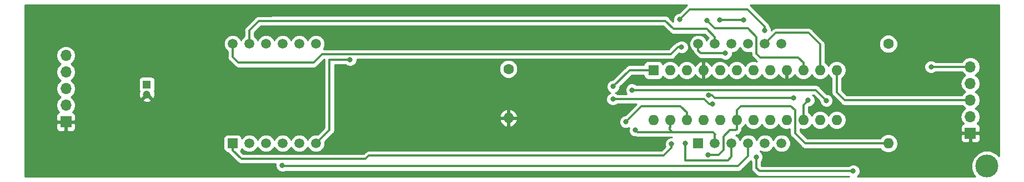
<source format=gbl>
G04 #@! TF.GenerationSoftware,KiCad,Pcbnew,5.0.1+dfsg1-3*
G04 #@! TF.CreationDate,2018-12-18T12:42:31-03:00*
G04 #@! TF.ProjectId,Control-Temp-Dysplay,436F6E74726F6C2D54656D702D447973,rev?*
G04 #@! TF.SameCoordinates,Original*
G04 #@! TF.FileFunction,Copper,L2,Bot,Signal*
G04 #@! TF.FilePolarity,Positive*
%FSLAX46Y46*%
G04 Gerber Fmt 4.6, Leading zero omitted, Abs format (unit mm)*
G04 Created by KiCad (PCBNEW 5.0.1+dfsg1-3) date mar 18 dic 2018 12:42:31 -03*
%MOMM*%
%LPD*%
G01*
G04 APERTURE LIST*
G04 #@! TA.AperFunction,ComponentPad*
%ADD10C,1.600000*%
G04 #@! TD*
G04 #@! TA.AperFunction,ComponentPad*
%ADD11O,1.600000X1.600000*%
G04 #@! TD*
G04 #@! TA.AperFunction,ComponentPad*
%ADD12R,1.200000X1.200000*%
G04 #@! TD*
G04 #@! TA.AperFunction,ComponentPad*
%ADD13C,1.200000*%
G04 #@! TD*
G04 #@! TA.AperFunction,ComponentPad*
%ADD14C,1.500000*%
G04 #@! TD*
G04 #@! TA.AperFunction,ComponentPad*
%ADD15R,1.500000X1.500000*%
G04 #@! TD*
G04 #@! TA.AperFunction,ComponentPad*
%ADD16R,1.700000X1.700000*%
G04 #@! TD*
G04 #@! TA.AperFunction,ComponentPad*
%ADD17O,1.700000X1.700000*%
G04 #@! TD*
G04 #@! TA.AperFunction,ComponentPad*
%ADD18R,1.600000X1.600000*%
G04 #@! TD*
G04 #@! TA.AperFunction,ViaPad*
%ADD19C,3.500000*%
G04 #@! TD*
G04 #@! TA.AperFunction,ViaPad*
%ADD20C,0.800000*%
G04 #@! TD*
G04 #@! TA.AperFunction,Conductor*
%ADD21C,0.300000*%
G04 #@! TD*
G04 #@! TA.AperFunction,Conductor*
%ADD22C,0.254000*%
G04 #@! TD*
G04 APERTURE END LIST*
D10*
G04 #@! TO.P,10nF1,1*
G04 #@! TO.N,VCC*
X101050000Y-48625000D03*
D11*
G04 #@! TO.P,10nF1,2*
G04 #@! TO.N,GND*
X101050000Y-56125000D03*
G04 #@! TD*
D12*
G04 #@! TO.P,10uF1,1*
G04 #@! TO.N,VCC*
X45925000Y-51000000D03*
D13*
G04 #@! TO.P,10uF1,2*
G04 #@! TO.N,GND*
X45925000Y-52500000D03*
G04 #@! TD*
D14*
G04 #@! TO.P,DISP1,12*
G04 #@! TO.N,D3*
X130000000Y-44760000D03*
G04 #@! TO.P,DISP1,11*
G04 #@! TO.N,A*
X132540000Y-44760000D03*
G04 #@! TO.P,DISP1,10*
G04 #@! TO.N,F*
X135080000Y-44760000D03*
G04 #@! TO.P,DISP1,9*
G04 #@! TO.N,D2*
X137620000Y-44760000D03*
G04 #@! TO.P,DISP1,8*
G04 #@! TO.N,D1*
X140160000Y-44760000D03*
G04 #@! TO.P,DISP1,7*
G04 #@! TO.N,B*
X142700000Y-44760000D03*
G04 #@! TO.P,DISP1,6*
G04 #@! TO.N,D0*
X142700000Y-60000000D03*
G04 #@! TO.P,DISP1,5*
G04 #@! TO.N,G*
X140160000Y-60000000D03*
G04 #@! TO.P,DISP1,4*
G04 #@! TO.N,C*
X137620000Y-60000000D03*
G04 #@! TO.P,DISP1,3*
G04 #@! TO.N,DP*
X135080000Y-60000000D03*
G04 #@! TO.P,DISP1,2*
G04 #@! TO.N,D*
X132540000Y-60000000D03*
D15*
G04 #@! TO.P,DISP1,1*
G04 #@! TO.N,E*
X130000000Y-60000000D03*
G04 #@! TD*
G04 #@! TO.P,DISP2,1*
G04 #@! TO.N,E*
X59000000Y-60000000D03*
D14*
G04 #@! TO.P,DISP2,2*
G04 #@! TO.N,D*
X61540000Y-60000000D03*
G04 #@! TO.P,DISP2,3*
G04 #@! TO.N,DP*
X64080000Y-60000000D03*
G04 #@! TO.P,DISP2,4*
G04 #@! TO.N,C*
X66620000Y-60000000D03*
G04 #@! TO.P,DISP2,5*
G04 #@! TO.N,G*
X69160000Y-60000000D03*
G04 #@! TO.P,DISP2,6*
G04 #@! TO.N,D4*
X71700000Y-60000000D03*
G04 #@! TO.P,DISP2,7*
G04 #@! TO.N,B*
X71700000Y-44760000D03*
G04 #@! TO.P,DISP2,8*
G04 #@! TO.N,D5*
X69160000Y-44760000D03*
G04 #@! TO.P,DISP2,9*
G04 #@! TO.N,D6*
X66620000Y-44760000D03*
G04 #@! TO.P,DISP2,10*
G04 #@! TO.N,F*
X64080000Y-44760000D03*
G04 #@! TO.P,DISP2,11*
G04 #@! TO.N,A*
X61540000Y-44760000D03*
G04 #@! TO.P,DISP2,12*
G04 #@! TO.N,D7*
X59000000Y-44760000D03*
G04 #@! TD*
D16*
G04 #@! TO.P,J1,1*
G04 #@! TO.N,GND*
X33575000Y-56700000D03*
D17*
G04 #@! TO.P,J1,2*
G04 #@! TO.N,CLK*
X33575000Y-54160000D03*
G04 #@! TO.P,J1,3*
G04 #@! TO.N,LOAD*
X33575000Y-51620000D03*
G04 #@! TO.P,J1,4*
G04 #@! TO.N,DIN*
X33575000Y-49080000D03*
G04 #@! TO.P,J1,5*
G04 #@! TO.N,VCC*
X33575000Y-46540000D03*
G04 #@! TD*
G04 #@! TO.P,J2,5*
G04 #@! TO.N,VCC*
X171475000Y-48290000D03*
G04 #@! TO.P,J2,4*
G04 #@! TO.N,DOUT*
X171475000Y-50830000D03*
G04 #@! TO.P,J2,3*
G04 #@! TO.N,LOAD*
X171475000Y-53370000D03*
G04 #@! TO.P,J2,2*
G04 #@! TO.N,CLK*
X171475000Y-55910000D03*
D16*
G04 #@! TO.P,J2,1*
G04 #@! TO.N,GND*
X171475000Y-58450000D03*
G04 #@! TD*
D10*
G04 #@! TO.P,R1,1*
G04 #@! TO.N,Net-(R1-Pad1)*
X158975000Y-44775000D03*
D11*
G04 #@! TO.P,R1,2*
G04 #@! TO.N,VCC*
X158975000Y-60015000D03*
G04 #@! TD*
D18*
G04 #@! TO.P,U1,1*
G04 #@! TO.N,DIN*
X123150000Y-48800000D03*
D11*
G04 #@! TO.P,U1,13*
G04 #@! TO.N,CLK*
X151090000Y-56420000D03*
G04 #@! TO.P,U1,2*
G04 #@! TO.N,D0*
X125690000Y-48800000D03*
G04 #@! TO.P,U1,14*
G04 #@! TO.N,A*
X148550000Y-56420000D03*
G04 #@! TO.P,U1,3*
G04 #@! TO.N,D4*
X128230000Y-48800000D03*
G04 #@! TO.P,U1,15*
G04 #@! TO.N,F*
X146010000Y-56420000D03*
G04 #@! TO.P,U1,4*
G04 #@! TO.N,GND*
X130770000Y-48800000D03*
G04 #@! TO.P,U1,16*
G04 #@! TO.N,B*
X143470000Y-56420000D03*
G04 #@! TO.P,U1,5*
G04 #@! TO.N,D6*
X133310000Y-48800000D03*
G04 #@! TO.P,U1,17*
G04 #@! TO.N,G*
X140930000Y-56420000D03*
G04 #@! TO.P,U1,6*
G04 #@! TO.N,D2*
X135850000Y-48800000D03*
G04 #@! TO.P,U1,18*
G04 #@! TO.N,Net-(R1-Pad1)*
X138390000Y-56420000D03*
G04 #@! TO.P,U1,7*
G04 #@! TO.N,D3*
X138390000Y-48800000D03*
G04 #@! TO.P,U1,19*
G04 #@! TO.N,VCC*
X135850000Y-56420000D03*
G04 #@! TO.P,U1,8*
G04 #@! TO.N,D7*
X140930000Y-48800000D03*
G04 #@! TO.P,U1,20*
G04 #@! TO.N,C*
X133310000Y-56420000D03*
G04 #@! TO.P,U1,9*
G04 #@! TO.N,GND*
X143470000Y-48800000D03*
G04 #@! TO.P,U1,21*
G04 #@! TO.N,E*
X130770000Y-56420000D03*
G04 #@! TO.P,U1,10*
G04 #@! TO.N,D5*
X146010000Y-48800000D03*
G04 #@! TO.P,U1,22*
G04 #@! TO.N,DP*
X128230000Y-56420000D03*
G04 #@! TO.P,U1,11*
G04 #@! TO.N,D1*
X148550000Y-48800000D03*
G04 #@! TO.P,U1,23*
G04 #@! TO.N,D*
X125690000Y-56420000D03*
G04 #@! TO.P,U1,12*
G04 #@! TO.N,LOAD*
X151090000Y-48800000D03*
G04 #@! TO.P,U1,24*
G04 #@! TO.N,DOUT*
X123150000Y-56420000D03*
G04 #@! TD*
D19*
G04 #@! TO.N,*
X173990000Y-63500000D03*
D20*
G04 #@! TO.N,VCC*
X165485000Y-48290000D03*
X131500000Y-61725000D03*
G04 #@! TO.N,D3*
X134150000Y-46225000D03*
G04 #@! TO.N,A*
X136900000Y-41100000D03*
X133250000Y-41125000D03*
G04 #@! TO.N,F*
X146750000Y-53400000D03*
G04 #@! TO.N,B*
X140100000Y-42675000D03*
X127175000Y-41050000D03*
G04 #@! TO.N,D0*
X131550000Y-52625000D03*
X144525000Y-53025000D03*
G04 #@! TO.N,C*
X66575000Y-63350000D03*
G04 #@! TO.N,DP*
X118950000Y-56700000D03*
X128000000Y-60025000D03*
G04 #@! TO.N,D*
X120425000Y-57975000D03*
G04 #@! TO.N,E*
X125900000Y-60100000D03*
G04 #@! TO.N,D4*
X76900000Y-47200000D03*
G04 #@! TO.N,D5*
X131275000Y-41150000D03*
G04 #@! TO.N,D7*
X127450000Y-45275000D03*
G04 #@! TO.N,LOAD*
X132200000Y-53950000D03*
X116975000Y-53225000D03*
G04 #@! TO.N,DIN*
X117025000Y-51300000D03*
G04 #@! TO.N,DOUT*
X119875000Y-51825000D03*
X149525000Y-53450000D03*
G04 #@! TO.N,Net-(R1-Pad1)*
X153625000Y-64250000D03*
X138850000Y-62075000D03*
G04 #@! TD*
D21*
G04 #@! TO.N,VCC*
X171475000Y-48290000D02*
X165485000Y-48290000D01*
X135850000Y-54900000D02*
X135850000Y-56420000D01*
X146290000Y-60015000D02*
X144750000Y-58475000D01*
X158975000Y-60015000D02*
X146290000Y-60015000D01*
X144750000Y-58475000D02*
X144750000Y-54925000D01*
X144750000Y-54925000D02*
X144100000Y-54275000D01*
X136475000Y-54275000D02*
X135850000Y-54900000D01*
X144100000Y-54275000D02*
X136475000Y-54275000D01*
X135850000Y-57850000D02*
X135850000Y-56420000D01*
X133125000Y-61725000D02*
X133825000Y-61025000D01*
X131500000Y-61725000D02*
X133125000Y-61725000D01*
X133825000Y-61025000D02*
X133825000Y-58975000D01*
X134825000Y-57975000D02*
X135725000Y-57975000D01*
X133825000Y-58975000D02*
X134825000Y-57975000D01*
X135725000Y-57975000D02*
X135850000Y-57850000D01*
G04 #@! TO.N,D3*
X130000000Y-45820660D02*
X130000000Y-44760000D01*
X130404340Y-46225000D02*
X130000000Y-45820660D01*
X134150000Y-46225000D02*
X130404340Y-46225000D01*
G04 #@! TO.N,A*
X136900000Y-41100000D02*
X136334315Y-41100000D01*
X136334315Y-41100000D02*
X133275000Y-41100000D01*
X133275000Y-41100000D02*
X133250000Y-41125000D01*
X132540000Y-43699340D02*
X131340660Y-42500000D01*
X132540000Y-44760000D02*
X132540000Y-43699340D01*
X131340660Y-42500000D02*
X126225000Y-42500000D01*
X126225000Y-42500000D02*
X124975000Y-41250000D01*
X65050000Y-41250000D02*
X65025000Y-41275000D01*
X124975000Y-41250000D02*
X65050000Y-41250000D01*
X65025000Y-41275000D02*
X63000000Y-41275000D01*
X61540000Y-42735000D02*
X61540000Y-44760000D01*
X63000000Y-41275000D02*
X61540000Y-42735000D01*
G04 #@! TO.N,F*
X146010000Y-54140000D02*
X146350001Y-53799999D01*
X146350001Y-53799999D02*
X146750000Y-53400000D01*
X146010000Y-56420000D02*
X146010000Y-54140000D01*
G04 #@! TO.N,D1*
X146795000Y-43095000D02*
X148550000Y-44850000D01*
X140160000Y-44760000D02*
X141825000Y-43095000D01*
X148550000Y-44850000D02*
X148550000Y-48800000D01*
X141825000Y-43095000D02*
X146795000Y-43095000D01*
G04 #@! TO.N,B*
X127175000Y-41025000D02*
X127175000Y-41050000D01*
X137465685Y-39475000D02*
X128725000Y-39475000D01*
X140100000Y-42675000D02*
X140100000Y-42109315D01*
X128725000Y-39475000D02*
X127175000Y-41025000D01*
X140100000Y-42109315D02*
X137465685Y-39475000D01*
G04 #@! TO.N,D0*
X132115685Y-52625000D02*
X132515685Y-53025000D01*
X131550000Y-52625000D02*
X132115685Y-52625000D01*
X132515685Y-53025000D02*
X144525000Y-53025000D01*
G04 #@! TO.N,C*
X137620000Y-61060660D02*
X137600000Y-61080660D01*
X137620000Y-60000000D02*
X137620000Y-61060660D01*
X137600000Y-61080660D02*
X137600000Y-61950000D01*
X137600000Y-61950000D02*
X136050000Y-63500000D01*
X136050000Y-63500000D02*
X66600000Y-63500000D01*
X66600000Y-63500000D02*
X66575000Y-63475000D01*
X66575000Y-63475000D02*
X66575000Y-63350000D01*
G04 #@! TO.N,DP*
X128230000Y-55288630D02*
X127241370Y-54300000D01*
X128230000Y-56420000D02*
X128230000Y-55288630D01*
X127241370Y-54300000D02*
X121350000Y-54300000D01*
X121350000Y-54300000D02*
X118950000Y-56700000D01*
X128000000Y-60590685D02*
X127975000Y-60615685D01*
X128000000Y-60025000D02*
X128000000Y-60590685D01*
X127975000Y-60615685D02*
X127975000Y-62575000D01*
X127975000Y-62575000D02*
X134550000Y-62575000D01*
X135080000Y-62045000D02*
X135080000Y-60000000D01*
X134550000Y-62575000D02*
X135080000Y-62045000D01*
G04 #@! TO.N,D*
X125690000Y-57551370D02*
X125675000Y-57566370D01*
X125690000Y-56420000D02*
X125690000Y-57551370D01*
X125675000Y-57566370D02*
X125675000Y-57875000D01*
X125675000Y-57875000D02*
X126075000Y-58275000D01*
X126075000Y-58275000D02*
X132250000Y-58275000D01*
X132250000Y-58275000D02*
X132625000Y-58650000D01*
X132540000Y-58735000D02*
X132540000Y-60000000D01*
X132625000Y-58650000D02*
X132540000Y-58735000D01*
X126075000Y-58275000D02*
X120725000Y-58275000D01*
X120725000Y-58275000D02*
X120425000Y-57975000D01*
G04 #@! TO.N,E*
X125900000Y-60665685D02*
X124690685Y-61875000D01*
X125900000Y-60100000D02*
X125900000Y-60665685D01*
X124690685Y-61875000D02*
X79775000Y-61875000D01*
X79775000Y-61875000D02*
X79275000Y-62375000D01*
X79275000Y-62375000D02*
X60325000Y-62375000D01*
X59000000Y-61050000D02*
X59000000Y-60000000D01*
X60325000Y-62375000D02*
X59000000Y-61050000D01*
G04 #@! TO.N,D4*
X76900000Y-47200000D02*
X73775000Y-47200000D01*
X73775000Y-57925000D02*
X71700000Y-60000000D01*
X73775000Y-47200000D02*
X73775000Y-57925000D01*
G04 #@! TO.N,D5*
X146010000Y-47668630D02*
X145191370Y-46850000D01*
X146010000Y-48800000D02*
X146010000Y-47668630D01*
X145191370Y-46850000D02*
X139450000Y-46850000D01*
X139450000Y-46850000D02*
X138875000Y-46275000D01*
X138875000Y-46275000D02*
X138875000Y-43700000D01*
X138875000Y-43700000D02*
X137550000Y-42375000D01*
X137550000Y-42375000D02*
X132500000Y-42375000D01*
X132500000Y-42375000D02*
X131275000Y-41150000D01*
G04 #@! TO.N,D7*
X126884315Y-45275000D02*
X125809315Y-46350000D01*
X127450000Y-45275000D02*
X126884315Y-45275000D01*
X125809315Y-46350000D02*
X72650000Y-46350000D01*
X72650000Y-46350000D02*
X71350000Y-47650000D01*
X71350000Y-47650000D02*
X59875000Y-47650000D01*
X59000000Y-46775000D02*
X59000000Y-44760000D01*
X59875000Y-47650000D02*
X59000000Y-46775000D01*
G04 #@! TO.N,LOAD*
X151090000Y-49931370D02*
X151100000Y-49941370D01*
X151090000Y-48800000D02*
X151090000Y-49931370D01*
X151100000Y-49941370D02*
X151100000Y-52175000D01*
X152345000Y-53420000D02*
X171625000Y-53420000D01*
X151100000Y-52175000D02*
X152345000Y-53420000D01*
X131634315Y-53950000D02*
X130909315Y-53225000D01*
X132200000Y-53950000D02*
X131634315Y-53950000D01*
X130909315Y-53225000D02*
X116975000Y-53225000D01*
G04 #@! TO.N,DIN*
X122050000Y-48800000D02*
X122025000Y-48775000D01*
X123150000Y-48800000D02*
X122050000Y-48800000D01*
X122025000Y-48775000D02*
X119550000Y-48775000D01*
X119550000Y-48775000D02*
X117025000Y-51300000D01*
G04 #@! TO.N,DOUT*
X119875000Y-51825000D02*
X147900000Y-51825000D01*
X149125001Y-53050001D02*
X149525000Y-53450000D01*
X147900000Y-51825000D02*
X149125001Y-53050001D01*
G04 #@! TO.N,Net-(R1-Pad1)*
X153625000Y-64250000D02*
X139550000Y-64250000D01*
X139550000Y-64250000D02*
X139325000Y-64250000D01*
X139325000Y-64250000D02*
X138850000Y-63775000D01*
X138850000Y-63775000D02*
X138850000Y-62075000D01*
G04 #@! TD*
D22*
G04 #@! TO.N,GND*
G36*
X175820000Y-61957101D02*
X175340994Y-61478095D01*
X174464406Y-61115000D01*
X173515594Y-61115000D01*
X172639006Y-61478095D01*
X171968095Y-62149006D01*
X171605000Y-63025594D01*
X171605000Y-63974406D01*
X171968095Y-64850994D01*
X172193101Y-65076000D01*
X154262711Y-65076000D01*
X154502431Y-64836280D01*
X154660000Y-64455874D01*
X154660000Y-64044126D01*
X154502431Y-63663720D01*
X154211280Y-63372569D01*
X153830874Y-63215000D01*
X153419126Y-63215000D01*
X153038720Y-63372569D01*
X152946289Y-63465000D01*
X139650157Y-63465000D01*
X139635000Y-63449843D01*
X139635000Y-62753711D01*
X139727431Y-62661280D01*
X139885000Y-62280874D01*
X139885000Y-61869126D01*
X139727431Y-61488720D01*
X139439302Y-61200591D01*
X139884506Y-61385000D01*
X140435494Y-61385000D01*
X140944540Y-61174147D01*
X141334147Y-60784540D01*
X141430000Y-60553130D01*
X141525853Y-60784540D01*
X141915460Y-61174147D01*
X142424506Y-61385000D01*
X142975494Y-61385000D01*
X143484540Y-61174147D01*
X143874147Y-60784540D01*
X144085000Y-60275494D01*
X144085000Y-59724506D01*
X143874147Y-59215460D01*
X143484540Y-58825853D01*
X142975494Y-58615000D01*
X142424506Y-58615000D01*
X141915460Y-58825853D01*
X141525853Y-59215460D01*
X141430000Y-59446870D01*
X141334147Y-59215460D01*
X140944540Y-58825853D01*
X140435494Y-58615000D01*
X139884506Y-58615000D01*
X139375460Y-58825853D01*
X138985853Y-59215460D01*
X138890000Y-59446870D01*
X138794147Y-59215460D01*
X138404540Y-58825853D01*
X137895494Y-58615000D01*
X137344506Y-58615000D01*
X136835460Y-58825853D01*
X136445853Y-59215460D01*
X136350000Y-59446870D01*
X136254147Y-59215460D01*
X135864540Y-58825853D01*
X135736946Y-58773002D01*
X135802312Y-58760000D01*
X135802316Y-58760000D01*
X136031292Y-58714454D01*
X136290953Y-58540953D01*
X136334750Y-58475406D01*
X136350407Y-58459750D01*
X136415953Y-58415953D01*
X136589454Y-58156292D01*
X136635000Y-57927316D01*
X136635000Y-57927312D01*
X136650378Y-57850000D01*
X136635000Y-57772688D01*
X136635000Y-57621339D01*
X136884577Y-57454577D01*
X137120000Y-57102242D01*
X137355423Y-57454577D01*
X137830091Y-57771740D01*
X138248667Y-57855000D01*
X138531333Y-57855000D01*
X138949909Y-57771740D01*
X139424577Y-57454577D01*
X139660000Y-57102242D01*
X139895423Y-57454577D01*
X140370091Y-57771740D01*
X140788667Y-57855000D01*
X141071333Y-57855000D01*
X141489909Y-57771740D01*
X141964577Y-57454577D01*
X142200000Y-57102242D01*
X142435423Y-57454577D01*
X142910091Y-57771740D01*
X143328667Y-57855000D01*
X143611333Y-57855000D01*
X143965000Y-57784651D01*
X143965000Y-58397688D01*
X143949622Y-58475000D01*
X143965000Y-58552312D01*
X143965000Y-58552315D01*
X144001338Y-58735000D01*
X144010546Y-58781291D01*
X144139979Y-58975000D01*
X144184047Y-59040953D01*
X144249592Y-59084749D01*
X145680253Y-60515411D01*
X145724047Y-60580953D01*
X145789589Y-60624747D01*
X145789591Y-60624749D01*
X145881679Y-60686280D01*
X145983708Y-60754454D01*
X146212684Y-60800000D01*
X146212688Y-60800000D01*
X146290000Y-60815378D01*
X146367312Y-60800000D01*
X157773661Y-60800000D01*
X157940423Y-61049577D01*
X158415091Y-61366740D01*
X158833667Y-61450000D01*
X159116333Y-61450000D01*
X159534909Y-61366740D01*
X160009577Y-61049577D01*
X160326740Y-60574909D01*
X160438113Y-60015000D01*
X160326740Y-59455091D01*
X160009577Y-58980423D01*
X159643398Y-58735750D01*
X169990000Y-58735750D01*
X169990000Y-59426310D01*
X170086673Y-59659699D01*
X170265302Y-59838327D01*
X170498691Y-59935000D01*
X171189250Y-59935000D01*
X171348000Y-59776250D01*
X171348000Y-58577000D01*
X171602000Y-58577000D01*
X171602000Y-59776250D01*
X171760750Y-59935000D01*
X172451309Y-59935000D01*
X172684698Y-59838327D01*
X172863327Y-59659699D01*
X172960000Y-59426310D01*
X172960000Y-58735750D01*
X172801250Y-58577000D01*
X171602000Y-58577000D01*
X171348000Y-58577000D01*
X170148750Y-58577000D01*
X169990000Y-58735750D01*
X159643398Y-58735750D01*
X159534909Y-58663260D01*
X159116333Y-58580000D01*
X158833667Y-58580000D01*
X158415091Y-58663260D01*
X157940423Y-58980423D01*
X157773661Y-59230000D01*
X146615158Y-59230000D01*
X145535000Y-58149843D01*
X145535000Y-57788629D01*
X145868667Y-57855000D01*
X146151333Y-57855000D01*
X146569909Y-57771740D01*
X147044577Y-57454577D01*
X147280000Y-57102242D01*
X147515423Y-57454577D01*
X147990091Y-57771740D01*
X148408667Y-57855000D01*
X148691333Y-57855000D01*
X149109909Y-57771740D01*
X149584577Y-57454577D01*
X149820000Y-57102242D01*
X150055423Y-57454577D01*
X150530091Y-57771740D01*
X150948667Y-57855000D01*
X151231333Y-57855000D01*
X151649909Y-57771740D01*
X152124577Y-57454577D01*
X152441740Y-56979909D01*
X152553113Y-56420000D01*
X152441740Y-55860091D01*
X152124577Y-55385423D01*
X151649909Y-55068260D01*
X151231333Y-54985000D01*
X150948667Y-54985000D01*
X150530091Y-55068260D01*
X150055423Y-55385423D01*
X149820000Y-55737758D01*
X149584577Y-55385423D01*
X149109909Y-55068260D01*
X148691333Y-54985000D01*
X148408667Y-54985000D01*
X147990091Y-55068260D01*
X147515423Y-55385423D01*
X147280000Y-55737758D01*
X147044577Y-55385423D01*
X146795000Y-55218661D01*
X146795000Y-54465157D01*
X146825157Y-54435000D01*
X146955874Y-54435000D01*
X147336280Y-54277431D01*
X147627431Y-53986280D01*
X147785000Y-53605874D01*
X147785000Y-53194126D01*
X147627431Y-52813720D01*
X147423711Y-52610000D01*
X147574843Y-52610000D01*
X148490000Y-53525158D01*
X148490000Y-53655874D01*
X148647569Y-54036280D01*
X148938720Y-54327431D01*
X149319126Y-54485000D01*
X149730874Y-54485000D01*
X150111280Y-54327431D01*
X150402431Y-54036280D01*
X150560000Y-53655874D01*
X150560000Y-53244126D01*
X150402431Y-52863720D01*
X150111280Y-52572569D01*
X149730874Y-52415000D01*
X149600158Y-52415000D01*
X148509749Y-51324592D01*
X148465953Y-51259047D01*
X148206292Y-51085546D01*
X147977316Y-51040000D01*
X147977312Y-51040000D01*
X147900000Y-51024622D01*
X147822688Y-51040000D01*
X120553711Y-51040000D01*
X120461280Y-50947569D01*
X120080874Y-50790000D01*
X119669126Y-50790000D01*
X119288720Y-50947569D01*
X118997569Y-51238720D01*
X118840000Y-51619126D01*
X118840000Y-52030874D01*
X118997569Y-52411280D01*
X119026289Y-52440000D01*
X117653711Y-52440000D01*
X117561280Y-52347569D01*
X117380905Y-52272855D01*
X117611280Y-52177431D01*
X117902431Y-51886280D01*
X118060000Y-51505874D01*
X118060000Y-51375157D01*
X119875158Y-49560000D01*
X121702560Y-49560000D01*
X121702560Y-49600000D01*
X121751843Y-49847765D01*
X121892191Y-50057809D01*
X122102235Y-50198157D01*
X122350000Y-50247440D01*
X123950000Y-50247440D01*
X124197765Y-50198157D01*
X124407809Y-50057809D01*
X124548157Y-49847765D01*
X124574785Y-49713894D01*
X124655423Y-49834577D01*
X125130091Y-50151740D01*
X125548667Y-50235000D01*
X125831333Y-50235000D01*
X126249909Y-50151740D01*
X126724577Y-49834577D01*
X126960000Y-49482242D01*
X127195423Y-49834577D01*
X127670091Y-50151740D01*
X128088667Y-50235000D01*
X128371333Y-50235000D01*
X128789909Y-50151740D01*
X129264577Y-49834577D01*
X129520947Y-49450892D01*
X129617611Y-49655134D01*
X130032577Y-50031041D01*
X130420961Y-50191904D01*
X130643000Y-50069915D01*
X130643000Y-48927000D01*
X130623000Y-48927000D01*
X130623000Y-48673000D01*
X130643000Y-48673000D01*
X130643000Y-47530085D01*
X130420961Y-47408096D01*
X130032577Y-47568959D01*
X129617611Y-47944866D01*
X129520947Y-48149108D01*
X129264577Y-47765423D01*
X128789909Y-47448260D01*
X128371333Y-47365000D01*
X128088667Y-47365000D01*
X127670091Y-47448260D01*
X127195423Y-47765423D01*
X126960000Y-48117758D01*
X126724577Y-47765423D01*
X126249909Y-47448260D01*
X125831333Y-47365000D01*
X125548667Y-47365000D01*
X125130091Y-47448260D01*
X124655423Y-47765423D01*
X124574785Y-47886106D01*
X124548157Y-47752235D01*
X124407809Y-47542191D01*
X124197765Y-47401843D01*
X123950000Y-47352560D01*
X122350000Y-47352560D01*
X122102235Y-47401843D01*
X121892191Y-47542191D01*
X121751843Y-47752235D01*
X121704549Y-47990000D01*
X119627310Y-47990000D01*
X119549999Y-47974622D01*
X119472688Y-47990000D01*
X119472684Y-47990000D01*
X119243708Y-48035546D01*
X119124625Y-48115115D01*
X119049591Y-48165251D01*
X119049589Y-48165253D01*
X118984047Y-48209047D01*
X118940253Y-48274589D01*
X116949843Y-50265000D01*
X116819126Y-50265000D01*
X116438720Y-50422569D01*
X116147569Y-50713720D01*
X115990000Y-51094126D01*
X115990000Y-51505874D01*
X116147569Y-51886280D01*
X116438720Y-52177431D01*
X116619095Y-52252145D01*
X116388720Y-52347569D01*
X116097569Y-52638720D01*
X115940000Y-53019126D01*
X115940000Y-53430874D01*
X116097569Y-53811280D01*
X116388720Y-54102431D01*
X116769126Y-54260000D01*
X117180874Y-54260000D01*
X117561280Y-54102431D01*
X117653711Y-54010000D01*
X120529843Y-54010000D01*
X118874843Y-55665000D01*
X118744126Y-55665000D01*
X118363720Y-55822569D01*
X118072569Y-56113720D01*
X117915000Y-56494126D01*
X117915000Y-56905874D01*
X118072569Y-57286280D01*
X118363720Y-57577431D01*
X118744126Y-57735000D01*
X119155874Y-57735000D01*
X119455552Y-57610870D01*
X119390000Y-57769126D01*
X119390000Y-58180874D01*
X119547569Y-58561280D01*
X119838720Y-58852431D01*
X120219126Y-59010000D01*
X120412042Y-59010000D01*
X120418708Y-59014454D01*
X120647684Y-59060000D01*
X120647687Y-59060000D01*
X120724999Y-59075378D01*
X120802311Y-59060000D01*
X125997688Y-59060000D01*
X126022825Y-59065000D01*
X125694126Y-59065000D01*
X125313720Y-59222569D01*
X125022569Y-59513720D01*
X124865000Y-59894126D01*
X124865000Y-60305874D01*
X124948373Y-60507155D01*
X124365528Y-61090000D01*
X79852312Y-61090000D01*
X79775000Y-61074622D01*
X79697688Y-61090000D01*
X79697684Y-61090000D01*
X79468708Y-61135546D01*
X79209047Y-61309047D01*
X79165251Y-61374592D01*
X78949843Y-61590000D01*
X60650158Y-61590000D01*
X60231905Y-61171747D01*
X60348157Y-60997765D01*
X60386469Y-60805156D01*
X60755460Y-61174147D01*
X61264506Y-61385000D01*
X61815494Y-61385000D01*
X62324540Y-61174147D01*
X62714147Y-60784540D01*
X62810000Y-60553130D01*
X62905853Y-60784540D01*
X63295460Y-61174147D01*
X63804506Y-61385000D01*
X64355494Y-61385000D01*
X64864540Y-61174147D01*
X65254147Y-60784540D01*
X65350000Y-60553130D01*
X65445853Y-60784540D01*
X65835460Y-61174147D01*
X66344506Y-61385000D01*
X66895494Y-61385000D01*
X67404540Y-61174147D01*
X67794147Y-60784540D01*
X67890000Y-60553130D01*
X67985853Y-60784540D01*
X68375460Y-61174147D01*
X68884506Y-61385000D01*
X69435494Y-61385000D01*
X69944540Y-61174147D01*
X70334147Y-60784540D01*
X70430000Y-60553130D01*
X70525853Y-60784540D01*
X70915460Y-61174147D01*
X71424506Y-61385000D01*
X71975494Y-61385000D01*
X72484540Y-61174147D01*
X72874147Y-60784540D01*
X73085000Y-60275494D01*
X73085000Y-59725157D01*
X74275411Y-58534747D01*
X74340953Y-58490953D01*
X74384747Y-58425411D01*
X74384749Y-58425409D01*
X74464653Y-58305824D01*
X74514454Y-58231292D01*
X74560000Y-58002316D01*
X74560000Y-58002312D01*
X74575378Y-57925001D01*
X74560000Y-57847690D01*
X74560000Y-56474041D01*
X99658086Y-56474041D01*
X99897611Y-56980134D01*
X100312577Y-57356041D01*
X100700961Y-57516904D01*
X100923000Y-57394915D01*
X100923000Y-56252000D01*
X101177000Y-56252000D01*
X101177000Y-57394915D01*
X101399039Y-57516904D01*
X101787423Y-57356041D01*
X102202389Y-56980134D01*
X102441914Y-56474041D01*
X102320629Y-56252000D01*
X101177000Y-56252000D01*
X100923000Y-56252000D01*
X99779371Y-56252000D01*
X99658086Y-56474041D01*
X74560000Y-56474041D01*
X74560000Y-55775959D01*
X99658086Y-55775959D01*
X99779371Y-55998000D01*
X100923000Y-55998000D01*
X100923000Y-54855085D01*
X101177000Y-54855085D01*
X101177000Y-55998000D01*
X102320629Y-55998000D01*
X102441914Y-55775959D01*
X102202389Y-55269866D01*
X101787423Y-54893959D01*
X101399039Y-54733096D01*
X101177000Y-54855085D01*
X100923000Y-54855085D01*
X100700961Y-54733096D01*
X100312577Y-54893959D01*
X99897611Y-55269866D01*
X99658086Y-55775959D01*
X74560000Y-55775959D01*
X74560000Y-48339561D01*
X99615000Y-48339561D01*
X99615000Y-48910439D01*
X99833466Y-49437862D01*
X100237138Y-49841534D01*
X100764561Y-50060000D01*
X101335439Y-50060000D01*
X101862862Y-49841534D01*
X102266534Y-49437862D01*
X102485000Y-48910439D01*
X102485000Y-48339561D01*
X102266534Y-47812138D01*
X101862862Y-47408466D01*
X101335439Y-47190000D01*
X100764561Y-47190000D01*
X100237138Y-47408466D01*
X99833466Y-47812138D01*
X99615000Y-48339561D01*
X74560000Y-48339561D01*
X74560000Y-47985000D01*
X76221289Y-47985000D01*
X76313720Y-48077431D01*
X76694126Y-48235000D01*
X77105874Y-48235000D01*
X77486280Y-48077431D01*
X77777431Y-47786280D01*
X77935000Y-47405874D01*
X77935000Y-47135000D01*
X125732003Y-47135000D01*
X125809315Y-47150378D01*
X125886627Y-47135000D01*
X125886631Y-47135000D01*
X126115607Y-47089454D01*
X126375268Y-46915953D01*
X126419064Y-46850408D01*
X127042845Y-46226627D01*
X127244126Y-46310000D01*
X127655874Y-46310000D01*
X128036280Y-46152431D01*
X128327431Y-45861280D01*
X128485000Y-45480874D01*
X128485000Y-45069126D01*
X128327431Y-44688720D01*
X128036280Y-44397569D01*
X127655874Y-44240000D01*
X127244126Y-44240000D01*
X126863720Y-44397569D01*
X126762422Y-44498867D01*
X126578023Y-44535546D01*
X126318362Y-44709047D01*
X126274566Y-44774592D01*
X125484158Y-45565000D01*
X72853687Y-45565000D01*
X72874147Y-45544540D01*
X73085000Y-45035494D01*
X73085000Y-44484506D01*
X72874147Y-43975460D01*
X72484540Y-43585853D01*
X71975494Y-43375000D01*
X71424506Y-43375000D01*
X70915460Y-43585853D01*
X70525853Y-43975460D01*
X70430000Y-44206870D01*
X70334147Y-43975460D01*
X69944540Y-43585853D01*
X69435494Y-43375000D01*
X68884506Y-43375000D01*
X68375460Y-43585853D01*
X67985853Y-43975460D01*
X67890000Y-44206870D01*
X67794147Y-43975460D01*
X67404540Y-43585853D01*
X66895494Y-43375000D01*
X66344506Y-43375000D01*
X65835460Y-43585853D01*
X65445853Y-43975460D01*
X65350000Y-44206870D01*
X65254147Y-43975460D01*
X64864540Y-43585853D01*
X64355494Y-43375000D01*
X63804506Y-43375000D01*
X63295460Y-43585853D01*
X62905853Y-43975460D01*
X62810000Y-44206870D01*
X62714147Y-43975460D01*
X62325000Y-43586313D01*
X62325000Y-43060157D01*
X63325158Y-42060000D01*
X64947688Y-42060000D01*
X65025000Y-42075378D01*
X65102312Y-42060000D01*
X65102316Y-42060000D01*
X65228000Y-42035000D01*
X124649843Y-42035000D01*
X125615253Y-43000411D01*
X125659047Y-43065953D01*
X125724589Y-43109747D01*
X125724591Y-43109749D01*
X125799797Y-43160000D01*
X125918708Y-43239454D01*
X126147684Y-43285000D01*
X126147688Y-43285000D01*
X126225000Y-43300378D01*
X126302312Y-43285000D01*
X131015503Y-43285000D01*
X131535908Y-43805405D01*
X131365853Y-43975460D01*
X131270000Y-44206870D01*
X131174147Y-43975460D01*
X130784540Y-43585853D01*
X130275494Y-43375000D01*
X129724506Y-43375000D01*
X129215460Y-43585853D01*
X128825853Y-43975460D01*
X128615000Y-44484506D01*
X128615000Y-45035494D01*
X128825853Y-45544540D01*
X129215460Y-45934147D01*
X129222800Y-45937187D01*
X129260546Y-46126951D01*
X129434047Y-46386613D01*
X129499592Y-46430409D01*
X129794591Y-46725408D01*
X129838387Y-46790953D01*
X130098048Y-46964454D01*
X130327024Y-47010000D01*
X130327027Y-47010000D01*
X130404339Y-47025378D01*
X130481651Y-47010000D01*
X133471289Y-47010000D01*
X133563720Y-47102431D01*
X133944126Y-47260000D01*
X134355874Y-47260000D01*
X134736280Y-47102431D01*
X135027431Y-46811280D01*
X135185000Y-46430874D01*
X135185000Y-46145000D01*
X135355494Y-46145000D01*
X135864540Y-45934147D01*
X136254147Y-45544540D01*
X136350000Y-45313130D01*
X136445853Y-45544540D01*
X136835460Y-45934147D01*
X137344506Y-46145000D01*
X137895494Y-46145000D01*
X138090000Y-46064433D01*
X138090000Y-46197688D01*
X138074622Y-46275000D01*
X138090000Y-46352312D01*
X138090000Y-46352315D01*
X138125601Y-46531292D01*
X138135546Y-46581291D01*
X138264979Y-46775000D01*
X138309047Y-46840953D01*
X138374592Y-46884749D01*
X138840253Y-47350410D01*
X138884047Y-47415953D01*
X138924975Y-47443300D01*
X138531333Y-47365000D01*
X138248667Y-47365000D01*
X137830091Y-47448260D01*
X137355423Y-47765423D01*
X137120000Y-48117758D01*
X136884577Y-47765423D01*
X136409909Y-47448260D01*
X135991333Y-47365000D01*
X135708667Y-47365000D01*
X135290091Y-47448260D01*
X134815423Y-47765423D01*
X134580000Y-48117758D01*
X134344577Y-47765423D01*
X133869909Y-47448260D01*
X133451333Y-47365000D01*
X133168667Y-47365000D01*
X132750091Y-47448260D01*
X132275423Y-47765423D01*
X132019053Y-48149108D01*
X131922389Y-47944866D01*
X131507423Y-47568959D01*
X131119039Y-47408096D01*
X130897000Y-47530085D01*
X130897000Y-48673000D01*
X130917000Y-48673000D01*
X130917000Y-48927000D01*
X130897000Y-48927000D01*
X130897000Y-50069915D01*
X131119039Y-50191904D01*
X131507423Y-50031041D01*
X131922389Y-49655134D01*
X132019053Y-49450892D01*
X132275423Y-49834577D01*
X132750091Y-50151740D01*
X133168667Y-50235000D01*
X133451333Y-50235000D01*
X133869909Y-50151740D01*
X134344577Y-49834577D01*
X134580000Y-49482242D01*
X134815423Y-49834577D01*
X135290091Y-50151740D01*
X135708667Y-50235000D01*
X135991333Y-50235000D01*
X136409909Y-50151740D01*
X136884577Y-49834577D01*
X137120000Y-49482242D01*
X137355423Y-49834577D01*
X137830091Y-50151740D01*
X138248667Y-50235000D01*
X138531333Y-50235000D01*
X138949909Y-50151740D01*
X139424577Y-49834577D01*
X139660000Y-49482242D01*
X139895423Y-49834577D01*
X140370091Y-50151740D01*
X140788667Y-50235000D01*
X141071333Y-50235000D01*
X141489909Y-50151740D01*
X141964577Y-49834577D01*
X142220947Y-49450892D01*
X142317611Y-49655134D01*
X142732577Y-50031041D01*
X143120961Y-50191904D01*
X143343000Y-50069915D01*
X143343000Y-48927000D01*
X143323000Y-48927000D01*
X143323000Y-48673000D01*
X143343000Y-48673000D01*
X143343000Y-48653000D01*
X143597000Y-48653000D01*
X143597000Y-48673000D01*
X143617000Y-48673000D01*
X143617000Y-48927000D01*
X143597000Y-48927000D01*
X143597000Y-50069915D01*
X143819039Y-50191904D01*
X144207423Y-50031041D01*
X144622389Y-49655134D01*
X144719053Y-49450892D01*
X144975423Y-49834577D01*
X145450091Y-50151740D01*
X145868667Y-50235000D01*
X146151333Y-50235000D01*
X146569909Y-50151740D01*
X147044577Y-49834577D01*
X147280000Y-49482242D01*
X147515423Y-49834577D01*
X147990091Y-50151740D01*
X148408667Y-50235000D01*
X148691333Y-50235000D01*
X149109909Y-50151740D01*
X149584577Y-49834577D01*
X149820000Y-49482242D01*
X150055423Y-49834577D01*
X150303316Y-50000214D01*
X150315000Y-50058956D01*
X150315001Y-52097684D01*
X150299622Y-52175000D01*
X150360546Y-52481291D01*
X150490251Y-52675408D01*
X150490254Y-52675411D01*
X150534048Y-52740953D01*
X150599590Y-52784747D01*
X151735253Y-53920411D01*
X151779047Y-53985953D01*
X151844589Y-54029747D01*
X151844591Y-54029749D01*
X151959143Y-54106290D01*
X152038708Y-54159454D01*
X152267684Y-54205000D01*
X152267688Y-54205000D01*
X152345000Y-54220378D01*
X152422312Y-54205000D01*
X170246935Y-54205000D01*
X170404375Y-54440625D01*
X170702761Y-54640000D01*
X170404375Y-54839375D01*
X170076161Y-55330582D01*
X169960908Y-55910000D01*
X170076161Y-56489418D01*
X170404375Y-56980625D01*
X170426033Y-56995096D01*
X170265302Y-57061673D01*
X170086673Y-57240301D01*
X169990000Y-57473690D01*
X169990000Y-58164250D01*
X170148750Y-58323000D01*
X171348000Y-58323000D01*
X171348000Y-58303000D01*
X171602000Y-58303000D01*
X171602000Y-58323000D01*
X172801250Y-58323000D01*
X172960000Y-58164250D01*
X172960000Y-57473690D01*
X172863327Y-57240301D01*
X172684698Y-57061673D01*
X172523967Y-56995096D01*
X172545625Y-56980625D01*
X172873839Y-56489418D01*
X172989092Y-55910000D01*
X172873839Y-55330582D01*
X172545625Y-54839375D01*
X172247239Y-54640000D01*
X172545625Y-54440625D01*
X172873839Y-53949418D01*
X172989092Y-53370000D01*
X172873839Y-52790582D01*
X172545625Y-52299375D01*
X172247239Y-52100000D01*
X172545625Y-51900625D01*
X172873839Y-51409418D01*
X172989092Y-50830000D01*
X172873839Y-50250582D01*
X172545625Y-49759375D01*
X172247239Y-49560000D01*
X172545625Y-49360625D01*
X172873839Y-48869418D01*
X172989092Y-48290000D01*
X172873839Y-47710582D01*
X172545625Y-47219375D01*
X172054418Y-46891161D01*
X171621256Y-46805000D01*
X171328744Y-46805000D01*
X170895582Y-46891161D01*
X170404375Y-47219375D01*
X170213526Y-47505000D01*
X166163711Y-47505000D01*
X166071280Y-47412569D01*
X165690874Y-47255000D01*
X165279126Y-47255000D01*
X164898720Y-47412569D01*
X164607569Y-47703720D01*
X164450000Y-48084126D01*
X164450000Y-48495874D01*
X164607569Y-48876280D01*
X164898720Y-49167431D01*
X165279126Y-49325000D01*
X165690874Y-49325000D01*
X166071280Y-49167431D01*
X166163711Y-49075000D01*
X170213526Y-49075000D01*
X170404375Y-49360625D01*
X170702761Y-49560000D01*
X170404375Y-49759375D01*
X170076161Y-50250582D01*
X169960908Y-50830000D01*
X170076161Y-51409418D01*
X170404375Y-51900625D01*
X170702761Y-52100000D01*
X170404375Y-52299375D01*
X170180118Y-52635000D01*
X152670158Y-52635000D01*
X151885000Y-51849843D01*
X151885000Y-50018680D01*
X151890511Y-49990975D01*
X152124577Y-49834577D01*
X152441740Y-49359909D01*
X152553113Y-48800000D01*
X152441740Y-48240091D01*
X152124577Y-47765423D01*
X151649909Y-47448260D01*
X151231333Y-47365000D01*
X150948667Y-47365000D01*
X150530091Y-47448260D01*
X150055423Y-47765423D01*
X149820000Y-48117758D01*
X149584577Y-47765423D01*
X149335000Y-47598661D01*
X149335000Y-44927312D01*
X149350378Y-44850000D01*
X149335000Y-44772688D01*
X149335000Y-44772684D01*
X149289454Y-44543708D01*
X149253274Y-44489561D01*
X157540000Y-44489561D01*
X157540000Y-45060439D01*
X157758466Y-45587862D01*
X158162138Y-45991534D01*
X158689561Y-46210000D01*
X159260439Y-46210000D01*
X159787862Y-45991534D01*
X160191534Y-45587862D01*
X160410000Y-45060439D01*
X160410000Y-44489561D01*
X160191534Y-43962138D01*
X159787862Y-43558466D01*
X159260439Y-43340000D01*
X158689561Y-43340000D01*
X158162138Y-43558466D01*
X157758466Y-43962138D01*
X157540000Y-44489561D01*
X149253274Y-44489561D01*
X149243292Y-44474622D01*
X149159749Y-44349591D01*
X149159747Y-44349589D01*
X149115953Y-44284047D01*
X149050411Y-44240253D01*
X147404749Y-42594592D01*
X147360953Y-42529047D01*
X147101292Y-42355546D01*
X146872316Y-42310000D01*
X146872312Y-42310000D01*
X146795000Y-42294622D01*
X146717688Y-42310000D01*
X141902312Y-42310000D01*
X141825000Y-42294622D01*
X141747688Y-42310000D01*
X141747684Y-42310000D01*
X141518708Y-42355546D01*
X141259047Y-42529047D01*
X141215251Y-42594592D01*
X141135000Y-42674843D01*
X141135000Y-42469126D01*
X140977431Y-42088720D01*
X140876133Y-41987422D01*
X140839454Y-41803023D01*
X140821003Y-41775409D01*
X140709749Y-41608906D01*
X140709747Y-41608904D01*
X140665953Y-41543362D01*
X140600411Y-41499568D01*
X138075434Y-38974592D01*
X138031638Y-38909047D01*
X137883405Y-38810000D01*
X175820001Y-38810000D01*
X175820000Y-61957101D01*
X175820000Y-61957101D01*
G37*
X175820000Y-61957101D02*
X175340994Y-61478095D01*
X174464406Y-61115000D01*
X173515594Y-61115000D01*
X172639006Y-61478095D01*
X171968095Y-62149006D01*
X171605000Y-63025594D01*
X171605000Y-63974406D01*
X171968095Y-64850994D01*
X172193101Y-65076000D01*
X154262711Y-65076000D01*
X154502431Y-64836280D01*
X154660000Y-64455874D01*
X154660000Y-64044126D01*
X154502431Y-63663720D01*
X154211280Y-63372569D01*
X153830874Y-63215000D01*
X153419126Y-63215000D01*
X153038720Y-63372569D01*
X152946289Y-63465000D01*
X139650157Y-63465000D01*
X139635000Y-63449843D01*
X139635000Y-62753711D01*
X139727431Y-62661280D01*
X139885000Y-62280874D01*
X139885000Y-61869126D01*
X139727431Y-61488720D01*
X139439302Y-61200591D01*
X139884506Y-61385000D01*
X140435494Y-61385000D01*
X140944540Y-61174147D01*
X141334147Y-60784540D01*
X141430000Y-60553130D01*
X141525853Y-60784540D01*
X141915460Y-61174147D01*
X142424506Y-61385000D01*
X142975494Y-61385000D01*
X143484540Y-61174147D01*
X143874147Y-60784540D01*
X144085000Y-60275494D01*
X144085000Y-59724506D01*
X143874147Y-59215460D01*
X143484540Y-58825853D01*
X142975494Y-58615000D01*
X142424506Y-58615000D01*
X141915460Y-58825853D01*
X141525853Y-59215460D01*
X141430000Y-59446870D01*
X141334147Y-59215460D01*
X140944540Y-58825853D01*
X140435494Y-58615000D01*
X139884506Y-58615000D01*
X139375460Y-58825853D01*
X138985853Y-59215460D01*
X138890000Y-59446870D01*
X138794147Y-59215460D01*
X138404540Y-58825853D01*
X137895494Y-58615000D01*
X137344506Y-58615000D01*
X136835460Y-58825853D01*
X136445853Y-59215460D01*
X136350000Y-59446870D01*
X136254147Y-59215460D01*
X135864540Y-58825853D01*
X135736946Y-58773002D01*
X135802312Y-58760000D01*
X135802316Y-58760000D01*
X136031292Y-58714454D01*
X136290953Y-58540953D01*
X136334750Y-58475406D01*
X136350407Y-58459750D01*
X136415953Y-58415953D01*
X136589454Y-58156292D01*
X136635000Y-57927316D01*
X136635000Y-57927312D01*
X136650378Y-57850000D01*
X136635000Y-57772688D01*
X136635000Y-57621339D01*
X136884577Y-57454577D01*
X137120000Y-57102242D01*
X137355423Y-57454577D01*
X137830091Y-57771740D01*
X138248667Y-57855000D01*
X138531333Y-57855000D01*
X138949909Y-57771740D01*
X139424577Y-57454577D01*
X139660000Y-57102242D01*
X139895423Y-57454577D01*
X140370091Y-57771740D01*
X140788667Y-57855000D01*
X141071333Y-57855000D01*
X141489909Y-57771740D01*
X141964577Y-57454577D01*
X142200000Y-57102242D01*
X142435423Y-57454577D01*
X142910091Y-57771740D01*
X143328667Y-57855000D01*
X143611333Y-57855000D01*
X143965000Y-57784651D01*
X143965000Y-58397688D01*
X143949622Y-58475000D01*
X143965000Y-58552312D01*
X143965000Y-58552315D01*
X144001338Y-58735000D01*
X144010546Y-58781291D01*
X144139979Y-58975000D01*
X144184047Y-59040953D01*
X144249592Y-59084749D01*
X145680253Y-60515411D01*
X145724047Y-60580953D01*
X145789589Y-60624747D01*
X145789591Y-60624749D01*
X145881679Y-60686280D01*
X145983708Y-60754454D01*
X146212684Y-60800000D01*
X146212688Y-60800000D01*
X146290000Y-60815378D01*
X146367312Y-60800000D01*
X157773661Y-60800000D01*
X157940423Y-61049577D01*
X158415091Y-61366740D01*
X158833667Y-61450000D01*
X159116333Y-61450000D01*
X159534909Y-61366740D01*
X160009577Y-61049577D01*
X160326740Y-60574909D01*
X160438113Y-60015000D01*
X160326740Y-59455091D01*
X160009577Y-58980423D01*
X159643398Y-58735750D01*
X169990000Y-58735750D01*
X169990000Y-59426310D01*
X170086673Y-59659699D01*
X170265302Y-59838327D01*
X170498691Y-59935000D01*
X171189250Y-59935000D01*
X171348000Y-59776250D01*
X171348000Y-58577000D01*
X171602000Y-58577000D01*
X171602000Y-59776250D01*
X171760750Y-59935000D01*
X172451309Y-59935000D01*
X172684698Y-59838327D01*
X172863327Y-59659699D01*
X172960000Y-59426310D01*
X172960000Y-58735750D01*
X172801250Y-58577000D01*
X171602000Y-58577000D01*
X171348000Y-58577000D01*
X170148750Y-58577000D01*
X169990000Y-58735750D01*
X159643398Y-58735750D01*
X159534909Y-58663260D01*
X159116333Y-58580000D01*
X158833667Y-58580000D01*
X158415091Y-58663260D01*
X157940423Y-58980423D01*
X157773661Y-59230000D01*
X146615158Y-59230000D01*
X145535000Y-58149843D01*
X145535000Y-57788629D01*
X145868667Y-57855000D01*
X146151333Y-57855000D01*
X146569909Y-57771740D01*
X147044577Y-57454577D01*
X147280000Y-57102242D01*
X147515423Y-57454577D01*
X147990091Y-57771740D01*
X148408667Y-57855000D01*
X148691333Y-57855000D01*
X149109909Y-57771740D01*
X149584577Y-57454577D01*
X149820000Y-57102242D01*
X150055423Y-57454577D01*
X150530091Y-57771740D01*
X150948667Y-57855000D01*
X151231333Y-57855000D01*
X151649909Y-57771740D01*
X152124577Y-57454577D01*
X152441740Y-56979909D01*
X152553113Y-56420000D01*
X152441740Y-55860091D01*
X152124577Y-55385423D01*
X151649909Y-55068260D01*
X151231333Y-54985000D01*
X150948667Y-54985000D01*
X150530091Y-55068260D01*
X150055423Y-55385423D01*
X149820000Y-55737758D01*
X149584577Y-55385423D01*
X149109909Y-55068260D01*
X148691333Y-54985000D01*
X148408667Y-54985000D01*
X147990091Y-55068260D01*
X147515423Y-55385423D01*
X147280000Y-55737758D01*
X147044577Y-55385423D01*
X146795000Y-55218661D01*
X146795000Y-54465157D01*
X146825157Y-54435000D01*
X146955874Y-54435000D01*
X147336280Y-54277431D01*
X147627431Y-53986280D01*
X147785000Y-53605874D01*
X147785000Y-53194126D01*
X147627431Y-52813720D01*
X147423711Y-52610000D01*
X147574843Y-52610000D01*
X148490000Y-53525158D01*
X148490000Y-53655874D01*
X148647569Y-54036280D01*
X148938720Y-54327431D01*
X149319126Y-54485000D01*
X149730874Y-54485000D01*
X150111280Y-54327431D01*
X150402431Y-54036280D01*
X150560000Y-53655874D01*
X150560000Y-53244126D01*
X150402431Y-52863720D01*
X150111280Y-52572569D01*
X149730874Y-52415000D01*
X149600158Y-52415000D01*
X148509749Y-51324592D01*
X148465953Y-51259047D01*
X148206292Y-51085546D01*
X147977316Y-51040000D01*
X147977312Y-51040000D01*
X147900000Y-51024622D01*
X147822688Y-51040000D01*
X120553711Y-51040000D01*
X120461280Y-50947569D01*
X120080874Y-50790000D01*
X119669126Y-50790000D01*
X119288720Y-50947569D01*
X118997569Y-51238720D01*
X118840000Y-51619126D01*
X118840000Y-52030874D01*
X118997569Y-52411280D01*
X119026289Y-52440000D01*
X117653711Y-52440000D01*
X117561280Y-52347569D01*
X117380905Y-52272855D01*
X117611280Y-52177431D01*
X117902431Y-51886280D01*
X118060000Y-51505874D01*
X118060000Y-51375157D01*
X119875158Y-49560000D01*
X121702560Y-49560000D01*
X121702560Y-49600000D01*
X121751843Y-49847765D01*
X121892191Y-50057809D01*
X122102235Y-50198157D01*
X122350000Y-50247440D01*
X123950000Y-50247440D01*
X124197765Y-50198157D01*
X124407809Y-50057809D01*
X124548157Y-49847765D01*
X124574785Y-49713894D01*
X124655423Y-49834577D01*
X125130091Y-50151740D01*
X125548667Y-50235000D01*
X125831333Y-50235000D01*
X126249909Y-50151740D01*
X126724577Y-49834577D01*
X126960000Y-49482242D01*
X127195423Y-49834577D01*
X127670091Y-50151740D01*
X128088667Y-50235000D01*
X128371333Y-50235000D01*
X128789909Y-50151740D01*
X129264577Y-49834577D01*
X129520947Y-49450892D01*
X129617611Y-49655134D01*
X130032577Y-50031041D01*
X130420961Y-50191904D01*
X130643000Y-50069915D01*
X130643000Y-48927000D01*
X130623000Y-48927000D01*
X130623000Y-48673000D01*
X130643000Y-48673000D01*
X130643000Y-47530085D01*
X130420961Y-47408096D01*
X130032577Y-47568959D01*
X129617611Y-47944866D01*
X129520947Y-48149108D01*
X129264577Y-47765423D01*
X128789909Y-47448260D01*
X128371333Y-47365000D01*
X128088667Y-47365000D01*
X127670091Y-47448260D01*
X127195423Y-47765423D01*
X126960000Y-48117758D01*
X126724577Y-47765423D01*
X126249909Y-47448260D01*
X125831333Y-47365000D01*
X125548667Y-47365000D01*
X125130091Y-47448260D01*
X124655423Y-47765423D01*
X124574785Y-47886106D01*
X124548157Y-47752235D01*
X124407809Y-47542191D01*
X124197765Y-47401843D01*
X123950000Y-47352560D01*
X122350000Y-47352560D01*
X122102235Y-47401843D01*
X121892191Y-47542191D01*
X121751843Y-47752235D01*
X121704549Y-47990000D01*
X119627310Y-47990000D01*
X119549999Y-47974622D01*
X119472688Y-47990000D01*
X119472684Y-47990000D01*
X119243708Y-48035546D01*
X119124625Y-48115115D01*
X119049591Y-48165251D01*
X119049589Y-48165253D01*
X118984047Y-48209047D01*
X118940253Y-48274589D01*
X116949843Y-50265000D01*
X116819126Y-50265000D01*
X116438720Y-50422569D01*
X116147569Y-50713720D01*
X115990000Y-51094126D01*
X115990000Y-51505874D01*
X116147569Y-51886280D01*
X116438720Y-52177431D01*
X116619095Y-52252145D01*
X116388720Y-52347569D01*
X116097569Y-52638720D01*
X115940000Y-53019126D01*
X115940000Y-53430874D01*
X116097569Y-53811280D01*
X116388720Y-54102431D01*
X116769126Y-54260000D01*
X117180874Y-54260000D01*
X117561280Y-54102431D01*
X117653711Y-54010000D01*
X120529843Y-54010000D01*
X118874843Y-55665000D01*
X118744126Y-55665000D01*
X118363720Y-55822569D01*
X118072569Y-56113720D01*
X117915000Y-56494126D01*
X117915000Y-56905874D01*
X118072569Y-57286280D01*
X118363720Y-57577431D01*
X118744126Y-57735000D01*
X119155874Y-57735000D01*
X119455552Y-57610870D01*
X119390000Y-57769126D01*
X119390000Y-58180874D01*
X119547569Y-58561280D01*
X119838720Y-58852431D01*
X120219126Y-59010000D01*
X120412042Y-59010000D01*
X120418708Y-59014454D01*
X120647684Y-59060000D01*
X120647687Y-59060000D01*
X120724999Y-59075378D01*
X120802311Y-59060000D01*
X125997688Y-59060000D01*
X126022825Y-59065000D01*
X125694126Y-59065000D01*
X125313720Y-59222569D01*
X125022569Y-59513720D01*
X124865000Y-59894126D01*
X124865000Y-60305874D01*
X124948373Y-60507155D01*
X124365528Y-61090000D01*
X79852312Y-61090000D01*
X79775000Y-61074622D01*
X79697688Y-61090000D01*
X79697684Y-61090000D01*
X79468708Y-61135546D01*
X79209047Y-61309047D01*
X79165251Y-61374592D01*
X78949843Y-61590000D01*
X60650158Y-61590000D01*
X60231905Y-61171747D01*
X60348157Y-60997765D01*
X60386469Y-60805156D01*
X60755460Y-61174147D01*
X61264506Y-61385000D01*
X61815494Y-61385000D01*
X62324540Y-61174147D01*
X62714147Y-60784540D01*
X62810000Y-60553130D01*
X62905853Y-60784540D01*
X63295460Y-61174147D01*
X63804506Y-61385000D01*
X64355494Y-61385000D01*
X64864540Y-61174147D01*
X65254147Y-60784540D01*
X65350000Y-60553130D01*
X65445853Y-60784540D01*
X65835460Y-61174147D01*
X66344506Y-61385000D01*
X66895494Y-61385000D01*
X67404540Y-61174147D01*
X67794147Y-60784540D01*
X67890000Y-60553130D01*
X67985853Y-60784540D01*
X68375460Y-61174147D01*
X68884506Y-61385000D01*
X69435494Y-61385000D01*
X69944540Y-61174147D01*
X70334147Y-60784540D01*
X70430000Y-60553130D01*
X70525853Y-60784540D01*
X70915460Y-61174147D01*
X71424506Y-61385000D01*
X71975494Y-61385000D01*
X72484540Y-61174147D01*
X72874147Y-60784540D01*
X73085000Y-60275494D01*
X73085000Y-59725157D01*
X74275411Y-58534747D01*
X74340953Y-58490953D01*
X74384747Y-58425411D01*
X74384749Y-58425409D01*
X74464653Y-58305824D01*
X74514454Y-58231292D01*
X74560000Y-58002316D01*
X74560000Y-58002312D01*
X74575378Y-57925001D01*
X74560000Y-57847690D01*
X74560000Y-56474041D01*
X99658086Y-56474041D01*
X99897611Y-56980134D01*
X100312577Y-57356041D01*
X100700961Y-57516904D01*
X100923000Y-57394915D01*
X100923000Y-56252000D01*
X101177000Y-56252000D01*
X101177000Y-57394915D01*
X101399039Y-57516904D01*
X101787423Y-57356041D01*
X102202389Y-56980134D01*
X102441914Y-56474041D01*
X102320629Y-56252000D01*
X101177000Y-56252000D01*
X100923000Y-56252000D01*
X99779371Y-56252000D01*
X99658086Y-56474041D01*
X74560000Y-56474041D01*
X74560000Y-55775959D01*
X99658086Y-55775959D01*
X99779371Y-55998000D01*
X100923000Y-55998000D01*
X100923000Y-54855085D01*
X101177000Y-54855085D01*
X101177000Y-55998000D01*
X102320629Y-55998000D01*
X102441914Y-55775959D01*
X102202389Y-55269866D01*
X101787423Y-54893959D01*
X101399039Y-54733096D01*
X101177000Y-54855085D01*
X100923000Y-54855085D01*
X100700961Y-54733096D01*
X100312577Y-54893959D01*
X99897611Y-55269866D01*
X99658086Y-55775959D01*
X74560000Y-55775959D01*
X74560000Y-48339561D01*
X99615000Y-48339561D01*
X99615000Y-48910439D01*
X99833466Y-49437862D01*
X100237138Y-49841534D01*
X100764561Y-50060000D01*
X101335439Y-50060000D01*
X101862862Y-49841534D01*
X102266534Y-49437862D01*
X102485000Y-48910439D01*
X102485000Y-48339561D01*
X102266534Y-47812138D01*
X101862862Y-47408466D01*
X101335439Y-47190000D01*
X100764561Y-47190000D01*
X100237138Y-47408466D01*
X99833466Y-47812138D01*
X99615000Y-48339561D01*
X74560000Y-48339561D01*
X74560000Y-47985000D01*
X76221289Y-47985000D01*
X76313720Y-48077431D01*
X76694126Y-48235000D01*
X77105874Y-48235000D01*
X77486280Y-48077431D01*
X77777431Y-47786280D01*
X77935000Y-47405874D01*
X77935000Y-47135000D01*
X125732003Y-47135000D01*
X125809315Y-47150378D01*
X125886627Y-47135000D01*
X125886631Y-47135000D01*
X126115607Y-47089454D01*
X126375268Y-46915953D01*
X126419064Y-46850408D01*
X127042845Y-46226627D01*
X127244126Y-46310000D01*
X127655874Y-46310000D01*
X128036280Y-46152431D01*
X128327431Y-45861280D01*
X128485000Y-45480874D01*
X128485000Y-45069126D01*
X128327431Y-44688720D01*
X128036280Y-44397569D01*
X127655874Y-44240000D01*
X127244126Y-44240000D01*
X126863720Y-44397569D01*
X126762422Y-44498867D01*
X126578023Y-44535546D01*
X126318362Y-44709047D01*
X126274566Y-44774592D01*
X125484158Y-45565000D01*
X72853687Y-45565000D01*
X72874147Y-45544540D01*
X73085000Y-45035494D01*
X73085000Y-44484506D01*
X72874147Y-43975460D01*
X72484540Y-43585853D01*
X71975494Y-43375000D01*
X71424506Y-43375000D01*
X70915460Y-43585853D01*
X70525853Y-43975460D01*
X70430000Y-44206870D01*
X70334147Y-43975460D01*
X69944540Y-43585853D01*
X69435494Y-43375000D01*
X68884506Y-43375000D01*
X68375460Y-43585853D01*
X67985853Y-43975460D01*
X67890000Y-44206870D01*
X67794147Y-43975460D01*
X67404540Y-43585853D01*
X66895494Y-43375000D01*
X66344506Y-43375000D01*
X65835460Y-43585853D01*
X65445853Y-43975460D01*
X65350000Y-44206870D01*
X65254147Y-43975460D01*
X64864540Y-43585853D01*
X64355494Y-43375000D01*
X63804506Y-43375000D01*
X63295460Y-43585853D01*
X62905853Y-43975460D01*
X62810000Y-44206870D01*
X62714147Y-43975460D01*
X62325000Y-43586313D01*
X62325000Y-43060157D01*
X63325158Y-42060000D01*
X64947688Y-42060000D01*
X65025000Y-42075378D01*
X65102312Y-42060000D01*
X65102316Y-42060000D01*
X65228000Y-42035000D01*
X124649843Y-42035000D01*
X125615253Y-43000411D01*
X125659047Y-43065953D01*
X125724589Y-43109747D01*
X125724591Y-43109749D01*
X125799797Y-43160000D01*
X125918708Y-43239454D01*
X126147684Y-43285000D01*
X126147688Y-43285000D01*
X126225000Y-43300378D01*
X126302312Y-43285000D01*
X131015503Y-43285000D01*
X131535908Y-43805405D01*
X131365853Y-43975460D01*
X131270000Y-44206870D01*
X131174147Y-43975460D01*
X130784540Y-43585853D01*
X130275494Y-43375000D01*
X129724506Y-43375000D01*
X129215460Y-43585853D01*
X128825853Y-43975460D01*
X128615000Y-44484506D01*
X128615000Y-45035494D01*
X128825853Y-45544540D01*
X129215460Y-45934147D01*
X129222800Y-45937187D01*
X129260546Y-46126951D01*
X129434047Y-46386613D01*
X129499592Y-46430409D01*
X129794591Y-46725408D01*
X129838387Y-46790953D01*
X130098048Y-46964454D01*
X130327024Y-47010000D01*
X130327027Y-47010000D01*
X130404339Y-47025378D01*
X130481651Y-47010000D01*
X133471289Y-47010000D01*
X133563720Y-47102431D01*
X133944126Y-47260000D01*
X134355874Y-47260000D01*
X134736280Y-47102431D01*
X135027431Y-46811280D01*
X135185000Y-46430874D01*
X135185000Y-46145000D01*
X135355494Y-46145000D01*
X135864540Y-45934147D01*
X136254147Y-45544540D01*
X136350000Y-45313130D01*
X136445853Y-45544540D01*
X136835460Y-45934147D01*
X137344506Y-46145000D01*
X137895494Y-46145000D01*
X138090000Y-46064433D01*
X138090000Y-46197688D01*
X138074622Y-46275000D01*
X138090000Y-46352312D01*
X138090000Y-46352315D01*
X138125601Y-46531292D01*
X138135546Y-46581291D01*
X138264979Y-46775000D01*
X138309047Y-46840953D01*
X138374592Y-46884749D01*
X138840253Y-47350410D01*
X138884047Y-47415953D01*
X138924975Y-47443300D01*
X138531333Y-47365000D01*
X138248667Y-47365000D01*
X137830091Y-47448260D01*
X137355423Y-47765423D01*
X137120000Y-48117758D01*
X136884577Y-47765423D01*
X136409909Y-47448260D01*
X135991333Y-47365000D01*
X135708667Y-47365000D01*
X135290091Y-47448260D01*
X134815423Y-47765423D01*
X134580000Y-48117758D01*
X134344577Y-47765423D01*
X133869909Y-47448260D01*
X133451333Y-47365000D01*
X133168667Y-47365000D01*
X132750091Y-47448260D01*
X132275423Y-47765423D01*
X132019053Y-48149108D01*
X131922389Y-47944866D01*
X131507423Y-47568959D01*
X131119039Y-47408096D01*
X130897000Y-47530085D01*
X130897000Y-48673000D01*
X130917000Y-48673000D01*
X130917000Y-48927000D01*
X130897000Y-48927000D01*
X130897000Y-50069915D01*
X131119039Y-50191904D01*
X131507423Y-50031041D01*
X131922389Y-49655134D01*
X132019053Y-49450892D01*
X132275423Y-49834577D01*
X132750091Y-50151740D01*
X133168667Y-50235000D01*
X133451333Y-50235000D01*
X133869909Y-50151740D01*
X134344577Y-49834577D01*
X134580000Y-49482242D01*
X134815423Y-49834577D01*
X135290091Y-50151740D01*
X135708667Y-50235000D01*
X135991333Y-50235000D01*
X136409909Y-50151740D01*
X136884577Y-49834577D01*
X137120000Y-49482242D01*
X137355423Y-49834577D01*
X137830091Y-50151740D01*
X138248667Y-50235000D01*
X138531333Y-50235000D01*
X138949909Y-50151740D01*
X139424577Y-49834577D01*
X139660000Y-49482242D01*
X139895423Y-49834577D01*
X140370091Y-50151740D01*
X140788667Y-50235000D01*
X141071333Y-50235000D01*
X141489909Y-50151740D01*
X141964577Y-49834577D01*
X142220947Y-49450892D01*
X142317611Y-49655134D01*
X142732577Y-50031041D01*
X143120961Y-50191904D01*
X143343000Y-50069915D01*
X143343000Y-48927000D01*
X143323000Y-48927000D01*
X143323000Y-48673000D01*
X143343000Y-48673000D01*
X143343000Y-48653000D01*
X143597000Y-48653000D01*
X143597000Y-48673000D01*
X143617000Y-48673000D01*
X143617000Y-48927000D01*
X143597000Y-48927000D01*
X143597000Y-50069915D01*
X143819039Y-50191904D01*
X144207423Y-50031041D01*
X144622389Y-49655134D01*
X144719053Y-49450892D01*
X144975423Y-49834577D01*
X145450091Y-50151740D01*
X145868667Y-50235000D01*
X146151333Y-50235000D01*
X146569909Y-50151740D01*
X147044577Y-49834577D01*
X147280000Y-49482242D01*
X147515423Y-49834577D01*
X147990091Y-50151740D01*
X148408667Y-50235000D01*
X148691333Y-50235000D01*
X149109909Y-50151740D01*
X149584577Y-49834577D01*
X149820000Y-49482242D01*
X150055423Y-49834577D01*
X150303316Y-50000214D01*
X150315000Y-50058956D01*
X150315001Y-52097684D01*
X150299622Y-52175000D01*
X150360546Y-52481291D01*
X150490251Y-52675408D01*
X150490254Y-52675411D01*
X150534048Y-52740953D01*
X150599590Y-52784747D01*
X151735253Y-53920411D01*
X151779047Y-53985953D01*
X151844589Y-54029747D01*
X151844591Y-54029749D01*
X151959143Y-54106290D01*
X152038708Y-54159454D01*
X152267684Y-54205000D01*
X152267688Y-54205000D01*
X152345000Y-54220378D01*
X152422312Y-54205000D01*
X170246935Y-54205000D01*
X170404375Y-54440625D01*
X170702761Y-54640000D01*
X170404375Y-54839375D01*
X170076161Y-55330582D01*
X169960908Y-55910000D01*
X170076161Y-56489418D01*
X170404375Y-56980625D01*
X170426033Y-56995096D01*
X170265302Y-57061673D01*
X170086673Y-57240301D01*
X169990000Y-57473690D01*
X169990000Y-58164250D01*
X170148750Y-58323000D01*
X171348000Y-58323000D01*
X171348000Y-58303000D01*
X171602000Y-58303000D01*
X171602000Y-58323000D01*
X172801250Y-58323000D01*
X172960000Y-58164250D01*
X172960000Y-57473690D01*
X172863327Y-57240301D01*
X172684698Y-57061673D01*
X172523967Y-56995096D01*
X172545625Y-56980625D01*
X172873839Y-56489418D01*
X172989092Y-55910000D01*
X172873839Y-55330582D01*
X172545625Y-54839375D01*
X172247239Y-54640000D01*
X172545625Y-54440625D01*
X172873839Y-53949418D01*
X172989092Y-53370000D01*
X172873839Y-52790582D01*
X172545625Y-52299375D01*
X172247239Y-52100000D01*
X172545625Y-51900625D01*
X172873839Y-51409418D01*
X172989092Y-50830000D01*
X172873839Y-50250582D01*
X172545625Y-49759375D01*
X172247239Y-49560000D01*
X172545625Y-49360625D01*
X172873839Y-48869418D01*
X172989092Y-48290000D01*
X172873839Y-47710582D01*
X172545625Y-47219375D01*
X172054418Y-46891161D01*
X171621256Y-46805000D01*
X171328744Y-46805000D01*
X170895582Y-46891161D01*
X170404375Y-47219375D01*
X170213526Y-47505000D01*
X166163711Y-47505000D01*
X166071280Y-47412569D01*
X165690874Y-47255000D01*
X165279126Y-47255000D01*
X164898720Y-47412569D01*
X164607569Y-47703720D01*
X164450000Y-48084126D01*
X164450000Y-48495874D01*
X164607569Y-48876280D01*
X164898720Y-49167431D01*
X165279126Y-49325000D01*
X165690874Y-49325000D01*
X166071280Y-49167431D01*
X166163711Y-49075000D01*
X170213526Y-49075000D01*
X170404375Y-49360625D01*
X170702761Y-49560000D01*
X170404375Y-49759375D01*
X170076161Y-50250582D01*
X169960908Y-50830000D01*
X170076161Y-51409418D01*
X170404375Y-51900625D01*
X170702761Y-52100000D01*
X170404375Y-52299375D01*
X170180118Y-52635000D01*
X152670158Y-52635000D01*
X151885000Y-51849843D01*
X151885000Y-50018680D01*
X151890511Y-49990975D01*
X152124577Y-49834577D01*
X152441740Y-49359909D01*
X152553113Y-48800000D01*
X152441740Y-48240091D01*
X152124577Y-47765423D01*
X151649909Y-47448260D01*
X151231333Y-47365000D01*
X150948667Y-47365000D01*
X150530091Y-47448260D01*
X150055423Y-47765423D01*
X149820000Y-48117758D01*
X149584577Y-47765423D01*
X149335000Y-47598661D01*
X149335000Y-44927312D01*
X149350378Y-44850000D01*
X149335000Y-44772688D01*
X149335000Y-44772684D01*
X149289454Y-44543708D01*
X149253274Y-44489561D01*
X157540000Y-44489561D01*
X157540000Y-45060439D01*
X157758466Y-45587862D01*
X158162138Y-45991534D01*
X158689561Y-46210000D01*
X159260439Y-46210000D01*
X159787862Y-45991534D01*
X160191534Y-45587862D01*
X160410000Y-45060439D01*
X160410000Y-44489561D01*
X160191534Y-43962138D01*
X159787862Y-43558466D01*
X159260439Y-43340000D01*
X158689561Y-43340000D01*
X158162138Y-43558466D01*
X157758466Y-43962138D01*
X157540000Y-44489561D01*
X149253274Y-44489561D01*
X149243292Y-44474622D01*
X149159749Y-44349591D01*
X149159747Y-44349589D01*
X149115953Y-44284047D01*
X149050411Y-44240253D01*
X147404749Y-42594592D01*
X147360953Y-42529047D01*
X147101292Y-42355546D01*
X146872316Y-42310000D01*
X146872312Y-42310000D01*
X146795000Y-42294622D01*
X146717688Y-42310000D01*
X141902312Y-42310000D01*
X141825000Y-42294622D01*
X141747688Y-42310000D01*
X141747684Y-42310000D01*
X141518708Y-42355546D01*
X141259047Y-42529047D01*
X141215251Y-42594592D01*
X141135000Y-42674843D01*
X141135000Y-42469126D01*
X140977431Y-42088720D01*
X140876133Y-41987422D01*
X140839454Y-41803023D01*
X140821003Y-41775409D01*
X140709749Y-41608906D01*
X140709747Y-41608904D01*
X140665953Y-41543362D01*
X140600411Y-41499568D01*
X138075434Y-38974592D01*
X138031638Y-38909047D01*
X137883405Y-38810000D01*
X175820001Y-38810000D01*
X175820000Y-61957101D01*
G36*
X128224591Y-38865251D02*
X128224589Y-38865253D01*
X128159047Y-38909047D01*
X128115253Y-38974589D01*
X127074843Y-40015000D01*
X126969126Y-40015000D01*
X126588720Y-40172569D01*
X126297569Y-40463720D01*
X126140000Y-40844126D01*
X126140000Y-41255874D01*
X126174626Y-41339468D01*
X125584749Y-40749592D01*
X125540953Y-40684047D01*
X125281292Y-40510546D01*
X125052316Y-40465000D01*
X125052312Y-40465000D01*
X124975000Y-40449622D01*
X124897688Y-40465000D01*
X65127310Y-40465000D01*
X65049999Y-40449622D01*
X64972688Y-40465000D01*
X64972684Y-40465000D01*
X64847000Y-40490000D01*
X63077312Y-40490000D01*
X63000000Y-40474622D01*
X62922688Y-40490000D01*
X62922684Y-40490000D01*
X62701244Y-40534047D01*
X62693708Y-40535546D01*
X62499591Y-40665251D01*
X62499589Y-40665253D01*
X62434047Y-40709047D01*
X62390253Y-40774589D01*
X61039592Y-42125251D01*
X60974047Y-42169047D01*
X60800546Y-42428709D01*
X60755000Y-42657685D01*
X60755000Y-42657688D01*
X60739622Y-42735000D01*
X60755000Y-42812312D01*
X60755000Y-43586313D01*
X60365853Y-43975460D01*
X60270000Y-44206870D01*
X60174147Y-43975460D01*
X59784540Y-43585853D01*
X59275494Y-43375000D01*
X58724506Y-43375000D01*
X58215460Y-43585853D01*
X57825853Y-43975460D01*
X57615000Y-44484506D01*
X57615000Y-45035494D01*
X57825853Y-45544540D01*
X58215000Y-45933687D01*
X58215000Y-46697688D01*
X58199622Y-46775000D01*
X58215000Y-46852312D01*
X58215000Y-46852315D01*
X58249424Y-47025378D01*
X58260546Y-47081291D01*
X58310660Y-47156291D01*
X58434047Y-47340953D01*
X58499592Y-47384749D01*
X59265253Y-48150411D01*
X59309047Y-48215953D01*
X59374589Y-48259747D01*
X59374591Y-48259749D01*
X59494038Y-48339561D01*
X59568708Y-48389454D01*
X59797684Y-48435000D01*
X59797688Y-48435000D01*
X59875000Y-48450378D01*
X59952312Y-48435000D01*
X71272688Y-48435000D01*
X71350000Y-48450378D01*
X71427312Y-48435000D01*
X71427316Y-48435000D01*
X71656292Y-48389454D01*
X71915953Y-48215953D01*
X71959749Y-48150408D01*
X72975157Y-47135000D01*
X72987550Y-47135000D01*
X72974621Y-47200000D01*
X72990000Y-47277316D01*
X72990001Y-57599841D01*
X71974843Y-58615000D01*
X71424506Y-58615000D01*
X70915460Y-58825853D01*
X70525853Y-59215460D01*
X70430000Y-59446870D01*
X70334147Y-59215460D01*
X69944540Y-58825853D01*
X69435494Y-58615000D01*
X68884506Y-58615000D01*
X68375460Y-58825853D01*
X67985853Y-59215460D01*
X67890000Y-59446870D01*
X67794147Y-59215460D01*
X67404540Y-58825853D01*
X66895494Y-58615000D01*
X66344506Y-58615000D01*
X65835460Y-58825853D01*
X65445853Y-59215460D01*
X65350000Y-59446870D01*
X65254147Y-59215460D01*
X64864540Y-58825853D01*
X64355494Y-58615000D01*
X63804506Y-58615000D01*
X63295460Y-58825853D01*
X62905853Y-59215460D01*
X62810000Y-59446870D01*
X62714147Y-59215460D01*
X62324540Y-58825853D01*
X61815494Y-58615000D01*
X61264506Y-58615000D01*
X60755460Y-58825853D01*
X60386469Y-59194844D01*
X60348157Y-59002235D01*
X60207809Y-58792191D01*
X59997765Y-58651843D01*
X59750000Y-58602560D01*
X58250000Y-58602560D01*
X58002235Y-58651843D01*
X57792191Y-58792191D01*
X57651843Y-59002235D01*
X57602560Y-59250000D01*
X57602560Y-60750000D01*
X57651843Y-60997765D01*
X57792191Y-61207809D01*
X58002235Y-61348157D01*
X58250000Y-61397440D01*
X58288041Y-61397440D01*
X58362615Y-61509047D01*
X58434047Y-61615953D01*
X58499592Y-61659749D01*
X59715253Y-62875411D01*
X59759047Y-62940953D01*
X59824589Y-62984747D01*
X59824591Y-62984749D01*
X59912831Y-63043709D01*
X60018708Y-63114454D01*
X60247684Y-63160000D01*
X60247688Y-63160000D01*
X60325000Y-63175378D01*
X60402312Y-63160000D01*
X65540000Y-63160000D01*
X65540000Y-63555874D01*
X65697569Y-63936280D01*
X65988720Y-64227431D01*
X66369126Y-64385000D01*
X66780874Y-64385000D01*
X67022296Y-64285000D01*
X135972688Y-64285000D01*
X136050000Y-64300378D01*
X136127312Y-64285000D01*
X136127316Y-64285000D01*
X136356292Y-64239454D01*
X136615953Y-64065953D01*
X136659749Y-64000408D01*
X137985723Y-62674434D01*
X138065001Y-62753712D01*
X138065000Y-63697688D01*
X138049622Y-63775000D01*
X138065000Y-63852312D01*
X138065000Y-63852315D01*
X138110546Y-64081291D01*
X138284047Y-64340953D01*
X138349592Y-64384749D01*
X138715251Y-64750408D01*
X138759047Y-64815953D01*
X139018708Y-64989454D01*
X139247684Y-65035000D01*
X139247688Y-65035000D01*
X139324999Y-65050378D01*
X139402310Y-65035000D01*
X152946289Y-65035000D01*
X152987289Y-65076000D01*
X27380000Y-65076000D01*
X27380000Y-56985750D01*
X32090000Y-56985750D01*
X32090000Y-57676310D01*
X32186673Y-57909699D01*
X32365302Y-58088327D01*
X32598691Y-58185000D01*
X33289250Y-58185000D01*
X33448000Y-58026250D01*
X33448000Y-56827000D01*
X33702000Y-56827000D01*
X33702000Y-58026250D01*
X33860750Y-58185000D01*
X34551309Y-58185000D01*
X34784698Y-58088327D01*
X34963327Y-57909699D01*
X35060000Y-57676310D01*
X35060000Y-56985750D01*
X34901250Y-56827000D01*
X33702000Y-56827000D01*
X33448000Y-56827000D01*
X32248750Y-56827000D01*
X32090000Y-56985750D01*
X27380000Y-56985750D01*
X27380000Y-46540000D01*
X32060908Y-46540000D01*
X32176161Y-47119418D01*
X32504375Y-47610625D01*
X32802761Y-47810000D01*
X32504375Y-48009375D01*
X32176161Y-48500582D01*
X32060908Y-49080000D01*
X32176161Y-49659418D01*
X32504375Y-50150625D01*
X32802761Y-50350000D01*
X32504375Y-50549375D01*
X32176161Y-51040582D01*
X32060908Y-51620000D01*
X32176161Y-52199418D01*
X32504375Y-52690625D01*
X32802761Y-52890000D01*
X32504375Y-53089375D01*
X32176161Y-53580582D01*
X32060908Y-54160000D01*
X32176161Y-54739418D01*
X32504375Y-55230625D01*
X32526033Y-55245096D01*
X32365302Y-55311673D01*
X32186673Y-55490301D01*
X32090000Y-55723690D01*
X32090000Y-56414250D01*
X32248750Y-56573000D01*
X33448000Y-56573000D01*
X33448000Y-56553000D01*
X33702000Y-56553000D01*
X33702000Y-56573000D01*
X34901250Y-56573000D01*
X35060000Y-56414250D01*
X35060000Y-55723690D01*
X34963327Y-55490301D01*
X34784698Y-55311673D01*
X34623967Y-55245096D01*
X34645625Y-55230625D01*
X34973839Y-54739418D01*
X35089092Y-54160000D01*
X34973839Y-53580582D01*
X34828279Y-53362735D01*
X45241870Y-53362735D01*
X45291383Y-53588164D01*
X45756036Y-53747807D01*
X46246413Y-53717482D01*
X46558617Y-53588164D01*
X46608130Y-53362735D01*
X45925000Y-52679605D01*
X45241870Y-53362735D01*
X34828279Y-53362735D01*
X34645625Y-53089375D01*
X34347239Y-52890000D01*
X34645625Y-52690625D01*
X34885894Y-52331036D01*
X44677193Y-52331036D01*
X44707518Y-52821413D01*
X44836836Y-53133617D01*
X45062265Y-53183130D01*
X45745395Y-52500000D01*
X45731253Y-52485858D01*
X45910858Y-52306253D01*
X45925000Y-52320395D01*
X45939143Y-52306253D01*
X46118748Y-52485858D01*
X46104605Y-52500000D01*
X46787735Y-53183130D01*
X47013164Y-53133617D01*
X47172807Y-52668964D01*
X47142482Y-52178587D01*
X47050495Y-51956510D01*
X47123157Y-51847765D01*
X47172440Y-51600000D01*
X47172440Y-50400000D01*
X47123157Y-50152235D01*
X46982809Y-49942191D01*
X46772765Y-49801843D01*
X46525000Y-49752560D01*
X45325000Y-49752560D01*
X45077235Y-49801843D01*
X44867191Y-49942191D01*
X44726843Y-50152235D01*
X44677560Y-50400000D01*
X44677560Y-51600000D01*
X44726843Y-51847765D01*
X44803709Y-51962802D01*
X44677193Y-52331036D01*
X34885894Y-52331036D01*
X34973839Y-52199418D01*
X35089092Y-51620000D01*
X34973839Y-51040582D01*
X34645625Y-50549375D01*
X34347239Y-50350000D01*
X34645625Y-50150625D01*
X34973839Y-49659418D01*
X35089092Y-49080000D01*
X34973839Y-48500582D01*
X34645625Y-48009375D01*
X34347239Y-47810000D01*
X34645625Y-47610625D01*
X34973839Y-47119418D01*
X35089092Y-46540000D01*
X34973839Y-45960582D01*
X34645625Y-45469375D01*
X34154418Y-45141161D01*
X33721256Y-45055000D01*
X33428744Y-45055000D01*
X32995582Y-45141161D01*
X32504375Y-45469375D01*
X32176161Y-45960582D01*
X32060908Y-46540000D01*
X27380000Y-46540000D01*
X27380000Y-38810000D01*
X128307280Y-38810000D01*
X128224591Y-38865251D01*
X128224591Y-38865251D01*
G37*
X128224591Y-38865251D02*
X128224589Y-38865253D01*
X128159047Y-38909047D01*
X128115253Y-38974589D01*
X127074843Y-40015000D01*
X126969126Y-40015000D01*
X126588720Y-40172569D01*
X126297569Y-40463720D01*
X126140000Y-40844126D01*
X126140000Y-41255874D01*
X126174626Y-41339468D01*
X125584749Y-40749592D01*
X125540953Y-40684047D01*
X125281292Y-40510546D01*
X125052316Y-40465000D01*
X125052312Y-40465000D01*
X124975000Y-40449622D01*
X124897688Y-40465000D01*
X65127310Y-40465000D01*
X65049999Y-40449622D01*
X64972688Y-40465000D01*
X64972684Y-40465000D01*
X64847000Y-40490000D01*
X63077312Y-40490000D01*
X63000000Y-40474622D01*
X62922688Y-40490000D01*
X62922684Y-40490000D01*
X62701244Y-40534047D01*
X62693708Y-40535546D01*
X62499591Y-40665251D01*
X62499589Y-40665253D01*
X62434047Y-40709047D01*
X62390253Y-40774589D01*
X61039592Y-42125251D01*
X60974047Y-42169047D01*
X60800546Y-42428709D01*
X60755000Y-42657685D01*
X60755000Y-42657688D01*
X60739622Y-42735000D01*
X60755000Y-42812312D01*
X60755000Y-43586313D01*
X60365853Y-43975460D01*
X60270000Y-44206870D01*
X60174147Y-43975460D01*
X59784540Y-43585853D01*
X59275494Y-43375000D01*
X58724506Y-43375000D01*
X58215460Y-43585853D01*
X57825853Y-43975460D01*
X57615000Y-44484506D01*
X57615000Y-45035494D01*
X57825853Y-45544540D01*
X58215000Y-45933687D01*
X58215000Y-46697688D01*
X58199622Y-46775000D01*
X58215000Y-46852312D01*
X58215000Y-46852315D01*
X58249424Y-47025378D01*
X58260546Y-47081291D01*
X58310660Y-47156291D01*
X58434047Y-47340953D01*
X58499592Y-47384749D01*
X59265253Y-48150411D01*
X59309047Y-48215953D01*
X59374589Y-48259747D01*
X59374591Y-48259749D01*
X59494038Y-48339561D01*
X59568708Y-48389454D01*
X59797684Y-48435000D01*
X59797688Y-48435000D01*
X59875000Y-48450378D01*
X59952312Y-48435000D01*
X71272688Y-48435000D01*
X71350000Y-48450378D01*
X71427312Y-48435000D01*
X71427316Y-48435000D01*
X71656292Y-48389454D01*
X71915953Y-48215953D01*
X71959749Y-48150408D01*
X72975157Y-47135000D01*
X72987550Y-47135000D01*
X72974621Y-47200000D01*
X72990000Y-47277316D01*
X72990001Y-57599841D01*
X71974843Y-58615000D01*
X71424506Y-58615000D01*
X70915460Y-58825853D01*
X70525853Y-59215460D01*
X70430000Y-59446870D01*
X70334147Y-59215460D01*
X69944540Y-58825853D01*
X69435494Y-58615000D01*
X68884506Y-58615000D01*
X68375460Y-58825853D01*
X67985853Y-59215460D01*
X67890000Y-59446870D01*
X67794147Y-59215460D01*
X67404540Y-58825853D01*
X66895494Y-58615000D01*
X66344506Y-58615000D01*
X65835460Y-58825853D01*
X65445853Y-59215460D01*
X65350000Y-59446870D01*
X65254147Y-59215460D01*
X64864540Y-58825853D01*
X64355494Y-58615000D01*
X63804506Y-58615000D01*
X63295460Y-58825853D01*
X62905853Y-59215460D01*
X62810000Y-59446870D01*
X62714147Y-59215460D01*
X62324540Y-58825853D01*
X61815494Y-58615000D01*
X61264506Y-58615000D01*
X60755460Y-58825853D01*
X60386469Y-59194844D01*
X60348157Y-59002235D01*
X60207809Y-58792191D01*
X59997765Y-58651843D01*
X59750000Y-58602560D01*
X58250000Y-58602560D01*
X58002235Y-58651843D01*
X57792191Y-58792191D01*
X57651843Y-59002235D01*
X57602560Y-59250000D01*
X57602560Y-60750000D01*
X57651843Y-60997765D01*
X57792191Y-61207809D01*
X58002235Y-61348157D01*
X58250000Y-61397440D01*
X58288041Y-61397440D01*
X58362615Y-61509047D01*
X58434047Y-61615953D01*
X58499592Y-61659749D01*
X59715253Y-62875411D01*
X59759047Y-62940953D01*
X59824589Y-62984747D01*
X59824591Y-62984749D01*
X59912831Y-63043709D01*
X60018708Y-63114454D01*
X60247684Y-63160000D01*
X60247688Y-63160000D01*
X60325000Y-63175378D01*
X60402312Y-63160000D01*
X65540000Y-63160000D01*
X65540000Y-63555874D01*
X65697569Y-63936280D01*
X65988720Y-64227431D01*
X66369126Y-64385000D01*
X66780874Y-64385000D01*
X67022296Y-64285000D01*
X135972688Y-64285000D01*
X136050000Y-64300378D01*
X136127312Y-64285000D01*
X136127316Y-64285000D01*
X136356292Y-64239454D01*
X136615953Y-64065953D01*
X136659749Y-64000408D01*
X137985723Y-62674434D01*
X138065001Y-62753712D01*
X138065000Y-63697688D01*
X138049622Y-63775000D01*
X138065000Y-63852312D01*
X138065000Y-63852315D01*
X138110546Y-64081291D01*
X138284047Y-64340953D01*
X138349592Y-64384749D01*
X138715251Y-64750408D01*
X138759047Y-64815953D01*
X139018708Y-64989454D01*
X139247684Y-65035000D01*
X139247688Y-65035000D01*
X139324999Y-65050378D01*
X139402310Y-65035000D01*
X152946289Y-65035000D01*
X152987289Y-65076000D01*
X27380000Y-65076000D01*
X27380000Y-56985750D01*
X32090000Y-56985750D01*
X32090000Y-57676310D01*
X32186673Y-57909699D01*
X32365302Y-58088327D01*
X32598691Y-58185000D01*
X33289250Y-58185000D01*
X33448000Y-58026250D01*
X33448000Y-56827000D01*
X33702000Y-56827000D01*
X33702000Y-58026250D01*
X33860750Y-58185000D01*
X34551309Y-58185000D01*
X34784698Y-58088327D01*
X34963327Y-57909699D01*
X35060000Y-57676310D01*
X35060000Y-56985750D01*
X34901250Y-56827000D01*
X33702000Y-56827000D01*
X33448000Y-56827000D01*
X32248750Y-56827000D01*
X32090000Y-56985750D01*
X27380000Y-56985750D01*
X27380000Y-46540000D01*
X32060908Y-46540000D01*
X32176161Y-47119418D01*
X32504375Y-47610625D01*
X32802761Y-47810000D01*
X32504375Y-48009375D01*
X32176161Y-48500582D01*
X32060908Y-49080000D01*
X32176161Y-49659418D01*
X32504375Y-50150625D01*
X32802761Y-50350000D01*
X32504375Y-50549375D01*
X32176161Y-51040582D01*
X32060908Y-51620000D01*
X32176161Y-52199418D01*
X32504375Y-52690625D01*
X32802761Y-52890000D01*
X32504375Y-53089375D01*
X32176161Y-53580582D01*
X32060908Y-54160000D01*
X32176161Y-54739418D01*
X32504375Y-55230625D01*
X32526033Y-55245096D01*
X32365302Y-55311673D01*
X32186673Y-55490301D01*
X32090000Y-55723690D01*
X32090000Y-56414250D01*
X32248750Y-56573000D01*
X33448000Y-56573000D01*
X33448000Y-56553000D01*
X33702000Y-56553000D01*
X33702000Y-56573000D01*
X34901250Y-56573000D01*
X35060000Y-56414250D01*
X35060000Y-55723690D01*
X34963327Y-55490301D01*
X34784698Y-55311673D01*
X34623967Y-55245096D01*
X34645625Y-55230625D01*
X34973839Y-54739418D01*
X35089092Y-54160000D01*
X34973839Y-53580582D01*
X34828279Y-53362735D01*
X45241870Y-53362735D01*
X45291383Y-53588164D01*
X45756036Y-53747807D01*
X46246413Y-53717482D01*
X46558617Y-53588164D01*
X46608130Y-53362735D01*
X45925000Y-52679605D01*
X45241870Y-53362735D01*
X34828279Y-53362735D01*
X34645625Y-53089375D01*
X34347239Y-52890000D01*
X34645625Y-52690625D01*
X34885894Y-52331036D01*
X44677193Y-52331036D01*
X44707518Y-52821413D01*
X44836836Y-53133617D01*
X45062265Y-53183130D01*
X45745395Y-52500000D01*
X45731253Y-52485858D01*
X45910858Y-52306253D01*
X45925000Y-52320395D01*
X45939143Y-52306253D01*
X46118748Y-52485858D01*
X46104605Y-52500000D01*
X46787735Y-53183130D01*
X47013164Y-53133617D01*
X47172807Y-52668964D01*
X47142482Y-52178587D01*
X47050495Y-51956510D01*
X47123157Y-51847765D01*
X47172440Y-51600000D01*
X47172440Y-50400000D01*
X47123157Y-50152235D01*
X46982809Y-49942191D01*
X46772765Y-49801843D01*
X46525000Y-49752560D01*
X45325000Y-49752560D01*
X45077235Y-49801843D01*
X44867191Y-49942191D01*
X44726843Y-50152235D01*
X44677560Y-50400000D01*
X44677560Y-51600000D01*
X44726843Y-51847765D01*
X44803709Y-51962802D01*
X44677193Y-52331036D01*
X34885894Y-52331036D01*
X34973839Y-52199418D01*
X35089092Y-51620000D01*
X34973839Y-51040582D01*
X34645625Y-50549375D01*
X34347239Y-50350000D01*
X34645625Y-50150625D01*
X34973839Y-49659418D01*
X35089092Y-49080000D01*
X34973839Y-48500582D01*
X34645625Y-48009375D01*
X34347239Y-47810000D01*
X34645625Y-47610625D01*
X34973839Y-47119418D01*
X35089092Y-46540000D01*
X34973839Y-45960582D01*
X34645625Y-45469375D01*
X34154418Y-45141161D01*
X33721256Y-45055000D01*
X33428744Y-45055000D01*
X32995582Y-45141161D01*
X32504375Y-45469375D01*
X32176161Y-45960582D01*
X32060908Y-46540000D01*
X27380000Y-46540000D01*
X27380000Y-38810000D01*
X128307280Y-38810000D01*
X128224591Y-38865251D01*
G04 #@! TD*
M02*

</source>
